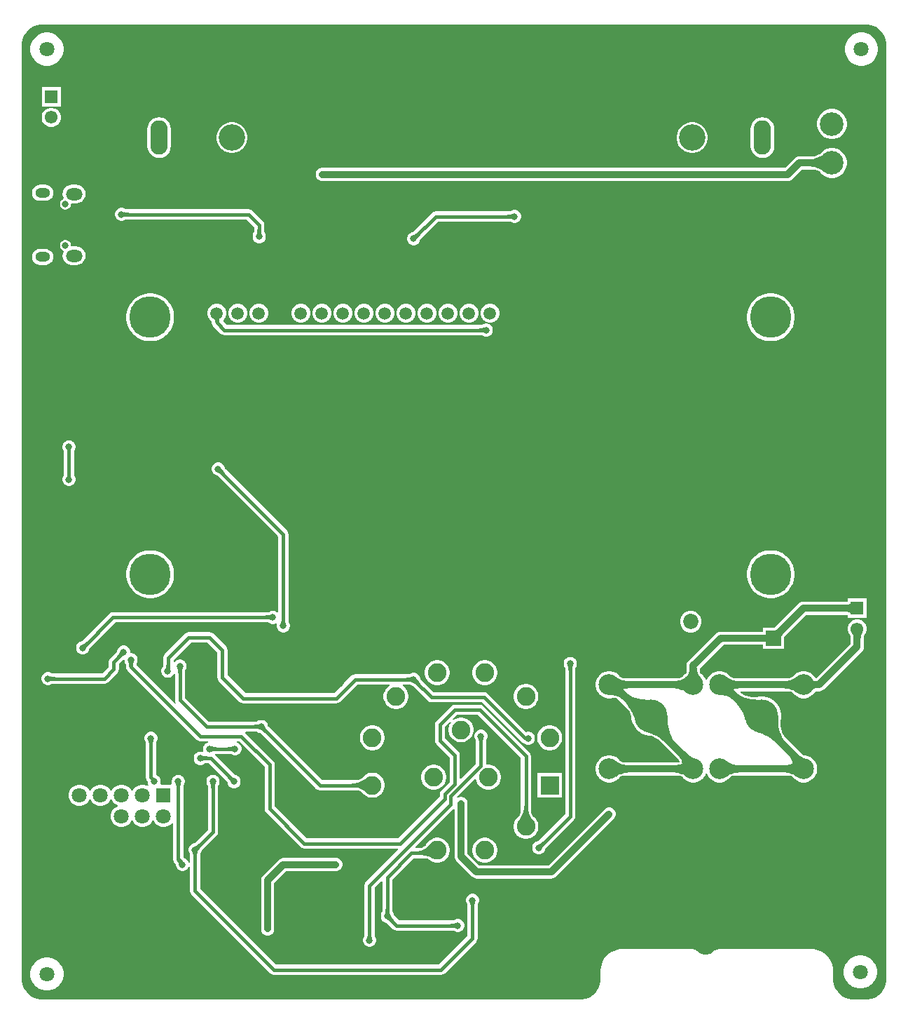
<source format=gbl>
G04*
G04 #@! TF.GenerationSoftware,Altium Limited,Altium Designer,24.7.2 (38)*
G04*
G04 Layer_Physical_Order=2*
G04 Layer_Color=16711680*
%FSLAX44Y44*%
%MOMM*%
G71*
G04*
G04 #@! TF.SameCoordinates,3EB35486-9304-4E7F-AAB6-153DF52DCD65*
G04*
G04*
G04 #@! TF.FilePolarity,Positive*
G04*
G01*
G75*
%ADD100C,1.8500*%
%ADD101R,1.8500X1.8500*%
%ADD102R,1.5500X1.5500*%
%ADD103C,1.5500*%
%ADD104C,2.8542*%
%ADD105R,2.8542X2.8542*%
%ADD108C,0.4572*%
%ADD109C,0.8128*%
%ADD112C,2.5000*%
%ADD113C,4.0000*%
%ADD114C,2.2500*%
%ADD115R,2.2500X2.2500*%
%ADD116C,5.0000*%
%ADD117C,1.5080*%
%ADD118R,1.5080X1.5080*%
%ADD119O,2.0700X4.1400*%
%ADD120C,3.2000*%
%ADD121O,2.0000X1.4500*%
%ADD122O,1.8000X1.1500*%
%ADD123C,0.8000*%
%ADD124R,1.8000X1.8000*%
%ADD125C,1.8000*%
%ADD126C,1.5240*%
%ADD127C,0.8382*%
G36*
X1027123Y1175826D02*
X1031745Y1173911D01*
X1035906Y1171131D01*
X1039443Y1167594D01*
X1042223Y1163433D01*
X1044138Y1158811D01*
X1045114Y1153904D01*
Y1151402D01*
Y24912D01*
Y22410D01*
X1044138Y17503D01*
X1042223Y12881D01*
X1039443Y8720D01*
X1035906Y5182D01*
X1031745Y2403D01*
X1027123Y488D01*
X1022216Y-488D01*
X1003242D01*
X998335Y488D01*
X993712Y2403D01*
X989552Y5182D01*
X986014Y8720D01*
X983235Y12881D01*
X981320Y17503D01*
X980344Y22410D01*
Y35072D01*
X980222Y37562D01*
X979250Y42445D01*
X977345Y47045D01*
X974578Y51185D01*
X971058Y54706D01*
X966917Y57473D01*
X962317Y59378D01*
X957434Y60350D01*
X954944Y60472D01*
X843492D01*
X842217Y60409D01*
X839716Y59912D01*
X837360Y58936D01*
X835240Y57519D01*
X834294Y56662D01*
X833690Y56058D01*
X832270Y55109D01*
X830691Y54455D01*
X829016Y54122D01*
X824196D01*
X821827Y54593D01*
X819595Y55518D01*
X817586Y56860D01*
X816732Y57714D01*
X816732Y57714D01*
X816731Y57715D01*
X816514Y57932D01*
X815888Y58500D01*
X815883Y58503D01*
X815829Y58540D01*
X814470Y59448D01*
X812899Y60099D01*
X811232Y60430D01*
X810382Y60472D01*
X725074D01*
X722584Y60350D01*
X717701Y59378D01*
X713101Y57473D01*
X708960Y54706D01*
X705440Y51185D01*
X702673Y47045D01*
X700768Y42445D01*
X699796Y37562D01*
X699674Y35072D01*
Y22410D01*
X698698Y17503D01*
X696783Y12881D01*
X694003Y8720D01*
X690465Y5182D01*
X686305Y2403D01*
X681683Y488D01*
X676776Y-488D01*
X22802D01*
X17895Y488D01*
X13273Y2403D01*
X9112Y5182D01*
X5574Y8720D01*
X2795Y12881D01*
X880Y17503D01*
X-96Y22410D01*
Y27452D01*
X0Y1139007D01*
Y1153904D01*
X976Y1158811D01*
X2891Y1163433D01*
X5670Y1167594D01*
X9208Y1171131D01*
X13369Y1173911D01*
X17991Y1175826D01*
X22898Y1176802D01*
X1022216D01*
X1027123Y1175826D01*
D02*
G37*
%LPC*%
G36*
X1016704Y1166850D02*
X1012756D01*
X1008885Y1166080D01*
X1005238Y1164569D01*
X1001955Y1162376D01*
X999164Y1159585D01*
X996971Y1156302D01*
X995460Y1152655D01*
X994690Y1148784D01*
Y1144836D01*
X995460Y1140965D01*
X996971Y1137318D01*
X999164Y1134035D01*
X1001955Y1131244D01*
X1005238Y1129051D01*
X1008885Y1127540D01*
X1012756Y1126770D01*
X1016704D01*
X1020575Y1127540D01*
X1024222Y1129051D01*
X1027505Y1131244D01*
X1030296Y1134035D01*
X1032489Y1137318D01*
X1034000Y1140965D01*
X1034770Y1144836D01*
Y1148784D01*
X1034000Y1152655D01*
X1032489Y1156302D01*
X1030296Y1159585D01*
X1027505Y1162376D01*
X1024222Y1164569D01*
X1020575Y1166080D01*
X1016704Y1166850D01*
D02*
G37*
G36*
X32454D02*
X28506D01*
X24634Y1166080D01*
X20988Y1164569D01*
X17705Y1162376D01*
X14914Y1159585D01*
X12721Y1156302D01*
X11210Y1152655D01*
X10440Y1148784D01*
Y1144836D01*
X11210Y1140965D01*
X12721Y1137318D01*
X14914Y1134035D01*
X17705Y1131244D01*
X20988Y1129051D01*
X24634Y1127540D01*
X28506Y1126770D01*
X32454D01*
X36326Y1127540D01*
X39973Y1129051D01*
X43255Y1131244D01*
X46046Y1134035D01*
X48239Y1137318D01*
X49750Y1140965D01*
X50520Y1144836D01*
Y1148784D01*
X49750Y1152655D01*
X48239Y1156302D01*
X46046Y1159585D01*
X43255Y1162376D01*
X39973Y1164569D01*
X36326Y1166080D01*
X32454Y1166850D01*
D02*
G37*
G36*
X47290Y1101020D02*
X24170D01*
Y1077900D01*
X47290D01*
Y1101020D01*
D02*
G37*
G36*
X37252Y1076020D02*
X34208D01*
X31268Y1075232D01*
X28632Y1073710D01*
X26480Y1071558D01*
X24958Y1068922D01*
X24170Y1065982D01*
Y1062938D01*
X24958Y1059998D01*
X26480Y1057362D01*
X28632Y1055210D01*
X31268Y1053688D01*
X34208Y1052900D01*
X37252D01*
X40192Y1053688D01*
X42828Y1055210D01*
X44981Y1057362D01*
X46502Y1059998D01*
X47290Y1062938D01*
Y1065982D01*
X46502Y1068922D01*
X44981Y1071558D01*
X42828Y1073710D01*
X40192Y1075232D01*
X37252Y1076020D01*
D02*
G37*
G36*
X980951Y1074721D02*
X977389D01*
X973896Y1074026D01*
X970605Y1072663D01*
X967644Y1070684D01*
X965126Y1068166D01*
X963147Y1065204D01*
X961784Y1061914D01*
X961089Y1058421D01*
Y1054859D01*
X961784Y1051366D01*
X963147Y1048075D01*
X965126Y1045114D01*
X967644Y1042596D01*
X970605Y1040617D01*
X973896Y1039254D01*
X977389Y1038559D01*
X980951D01*
X984444Y1039254D01*
X987735Y1040617D01*
X990696Y1042596D01*
X993214Y1045114D01*
X995193Y1048075D01*
X996556Y1051366D01*
X997251Y1054859D01*
Y1058421D01*
X996556Y1061914D01*
X995193Y1065204D01*
X993214Y1068166D01*
X990696Y1070684D01*
X987735Y1072663D01*
X984444Y1074026D01*
X980951Y1074721D01*
D02*
G37*
G36*
X812006Y1058670D02*
X808354D01*
X804772Y1057958D01*
X801398Y1056560D01*
X798361Y1054531D01*
X795779Y1051949D01*
X793750Y1048912D01*
X792352Y1045538D01*
X791640Y1041956D01*
Y1038304D01*
X792352Y1034722D01*
X793750Y1031348D01*
X795779Y1028311D01*
X798361Y1025729D01*
X801398Y1023700D01*
X804772Y1022302D01*
X808354Y1021590D01*
X812006D01*
X815588Y1022302D01*
X818962Y1023700D01*
X821998Y1025729D01*
X824581Y1028311D01*
X826610Y1031348D01*
X828007Y1034722D01*
X828720Y1038304D01*
Y1041956D01*
X828007Y1045538D01*
X826610Y1048912D01*
X824581Y1051949D01*
X821998Y1054531D01*
X818962Y1056560D01*
X815588Y1057958D01*
X812006Y1058670D01*
D02*
G37*
G36*
X255856D02*
X252204D01*
X248622Y1057958D01*
X245248Y1056560D01*
X242211Y1054531D01*
X239629Y1051949D01*
X237600Y1048912D01*
X236202Y1045538D01*
X235490Y1041956D01*
Y1038304D01*
X236202Y1034722D01*
X237600Y1031348D01*
X239629Y1028311D01*
X242211Y1025729D01*
X245248Y1023700D01*
X248622Y1022302D01*
X252204Y1021590D01*
X255856D01*
X259438Y1022302D01*
X262812Y1023700D01*
X265849Y1025729D01*
X268431Y1028311D01*
X270460Y1031348D01*
X271857Y1034722D01*
X272570Y1038304D01*
Y1041956D01*
X271857Y1045538D01*
X270460Y1048912D01*
X268431Y1051949D01*
X265849Y1054531D01*
X262812Y1056560D01*
X259438Y1057958D01*
X255856Y1058670D01*
D02*
G37*
G36*
X895130Y1064762D02*
X891433Y1064276D01*
X887989Y1062849D01*
X885031Y1060579D01*
X882761Y1057621D01*
X881335Y1054176D01*
X880848Y1050480D01*
Y1029780D01*
X881335Y1026084D01*
X882761Y1022639D01*
X885031Y1019681D01*
X887989Y1017411D01*
X891433Y1015984D01*
X895130Y1015498D01*
X898827Y1015984D01*
X902271Y1017411D01*
X905229Y1019681D01*
X907499Y1022639D01*
X908925Y1026084D01*
X909412Y1029780D01*
Y1050480D01*
X908925Y1054176D01*
X907499Y1057621D01*
X905229Y1060579D01*
X902271Y1062849D01*
X898827Y1064276D01*
X895130Y1064762D01*
D02*
G37*
G36*
X166130D02*
X162434Y1064276D01*
X158989Y1062849D01*
X156031Y1060579D01*
X153762Y1057621D01*
X152335Y1054176D01*
X151848Y1050480D01*
Y1029780D01*
X152335Y1026084D01*
X153762Y1022639D01*
X156031Y1019681D01*
X158989Y1017411D01*
X162434Y1015984D01*
X166130Y1015498D01*
X169827Y1015984D01*
X173271Y1017411D01*
X176229Y1019681D01*
X178499Y1022639D01*
X179926Y1026084D01*
X180412Y1029780D01*
Y1050480D01*
X179926Y1054176D01*
X178499Y1057621D01*
X176229Y1060579D01*
X173271Y1062849D01*
X169827Y1064276D01*
X166130Y1064762D01*
D02*
G37*
G36*
X980951Y1027731D02*
X977389D01*
X973896Y1027036D01*
X970605Y1025673D01*
X967644Y1023694D01*
X965126Y1021176D01*
X964349Y1020014D01*
X963423Y1019518D01*
X961526Y1018671D01*
X959547Y1017953D01*
X958285Y1017592D01*
X939800D01*
X937745Y1017321D01*
X935829Y1016528D01*
X934184Y1015266D01*
X934184Y1015266D01*
X922540Y1003622D01*
X364494D01*
X364273Y1003681D01*
X362167D01*
X360132Y1003136D01*
X358307Y1002082D01*
X356818Y1000593D01*
X355764Y998768D01*
X355219Y996733D01*
Y994627D01*
X355764Y992592D01*
X356818Y990767D01*
X358307Y989278D01*
X360132Y988224D01*
X362167Y987679D01*
X364273D01*
X364494Y987738D01*
X925830D01*
X925830Y987738D01*
X927886Y988009D01*
X929801Y988802D01*
X931446Y990064D01*
X943090Y1001708D01*
X958285D01*
X959547Y1001347D01*
X961525Y1000629D01*
X963423Y999782D01*
X964349Y999286D01*
X965126Y998124D01*
X967644Y995606D01*
X970605Y993627D01*
X973896Y992264D01*
X977389Y991569D01*
X980951D01*
X984444Y992264D01*
X987735Y993627D01*
X990696Y995606D01*
X993214Y998124D01*
X995193Y1001086D01*
X996556Y1004376D01*
X997251Y1007869D01*
Y1011431D01*
X996556Y1014924D01*
X995193Y1018214D01*
X993214Y1021176D01*
X990696Y1023694D01*
X987735Y1025673D01*
X984444Y1027036D01*
X980951Y1027731D01*
D02*
G37*
G36*
X28540Y983113D02*
X22040D01*
X19544Y982784D01*
X17219Y981821D01*
X15222Y980288D01*
X13689Y978291D01*
X12726Y975966D01*
X12397Y973470D01*
X12726Y970975D01*
X13689Y968649D01*
X15222Y966652D01*
X17219Y965120D01*
X19544Y964156D01*
X22040Y963828D01*
X28540D01*
X31035Y964156D01*
X33361Y965120D01*
X35358Y966652D01*
X36890Y968649D01*
X37854Y970975D01*
X38182Y973470D01*
X37854Y975966D01*
X36890Y978291D01*
X35358Y980288D01*
X33361Y981821D01*
X31035Y982784D01*
X28540Y983113D01*
D02*
G37*
G36*
X66040Y983126D02*
X60540D01*
X57653Y982745D01*
X54963Y981631D01*
X52652Y979858D01*
X50879Y977548D01*
X49765Y974857D01*
X49385Y971970D01*
X49765Y969083D01*
X50543Y967204D01*
X50286Y965916D01*
X49889Y965597D01*
X48774Y964954D01*
X47557Y963736D01*
X46695Y962245D01*
X46250Y960581D01*
Y958859D01*
X46695Y957196D01*
X47557Y955704D01*
X48774Y954487D01*
X50265Y953626D01*
X51929Y953180D01*
X53651D01*
X55314Y953626D01*
X56806Y954487D01*
X58023Y955704D01*
X58884Y957196D01*
X59330Y958859D01*
Y959693D01*
X60501Y960820D01*
X60540Y960815D01*
X66040D01*
X68927Y961195D01*
X71618Y962309D01*
X73928Y964082D01*
X75701Y966392D01*
X76816Y969083D01*
X77196Y971970D01*
X76816Y974857D01*
X75701Y977548D01*
X73928Y979858D01*
X71618Y981631D01*
X68927Y982745D01*
X66040Y983126D01*
D02*
G37*
G36*
X596683Y952881D02*
X594577D01*
X592542Y952336D01*
X590717Y951282D01*
X590530Y951095D01*
X500380D01*
X498001Y950622D01*
X495985Y949275D01*
X472921Y926211D01*
X472657D01*
X470622Y925666D01*
X468797Y924612D01*
X467308Y923123D01*
X466254Y921298D01*
X465709Y919263D01*
Y917157D01*
X466254Y915122D01*
X467308Y913297D01*
X468797Y911808D01*
X470622Y910754D01*
X472657Y910209D01*
X474763D01*
X476798Y910754D01*
X478623Y911808D01*
X480112Y913297D01*
X481166Y915122D01*
X481711Y917157D01*
Y917421D01*
X502954Y938665D01*
X590530D01*
X590717Y938478D01*
X592542Y937424D01*
X594577Y936879D01*
X596683D01*
X598718Y937424D01*
X600543Y938478D01*
X602032Y939967D01*
X603086Y941792D01*
X603631Y943827D01*
Y945933D01*
X603086Y947968D01*
X602032Y949793D01*
X600543Y951282D01*
X598718Y952336D01*
X596683Y952881D01*
D02*
G37*
G36*
X121703Y955421D02*
X119597D01*
X117562Y954876D01*
X115737Y953822D01*
X114248Y952333D01*
X113194Y950508D01*
X112649Y948473D01*
Y946367D01*
X113194Y944332D01*
X114248Y942507D01*
X115737Y941018D01*
X117562Y939964D01*
X119597Y939419D01*
X121703D01*
X123738Y939964D01*
X125563Y941018D01*
X125750Y941205D01*
X271745D01*
X280805Y932145D01*
Y925850D01*
X280618Y925663D01*
X279564Y923838D01*
X279019Y921803D01*
Y919697D01*
X279564Y917662D01*
X280618Y915837D01*
X282107Y914348D01*
X283932Y913294D01*
X285967Y912749D01*
X288073D01*
X290108Y913294D01*
X291933Y914348D01*
X293422Y915837D01*
X294476Y917662D01*
X295021Y919697D01*
Y921803D01*
X294476Y923838D01*
X293422Y925663D01*
X293235Y925850D01*
Y934720D01*
X292762Y937098D01*
X291415Y939115D01*
X278715Y951815D01*
X276699Y953162D01*
X274320Y953635D01*
X125750D01*
X125563Y953822D01*
X123738Y954876D01*
X121703Y955421D01*
D02*
G37*
G36*
X28540Y905612D02*
X22040D01*
X19544Y905284D01*
X17219Y904320D01*
X15222Y902788D01*
X13689Y900791D01*
X12726Y898465D01*
X12397Y895970D01*
X12726Y893474D01*
X13689Y891149D01*
X15222Y889152D01*
X17219Y887619D01*
X19544Y886656D01*
X22040Y886327D01*
X28540D01*
X31035Y886656D01*
X33361Y887619D01*
X35358Y889152D01*
X36890Y891149D01*
X37854Y893474D01*
X38182Y895970D01*
X37854Y898465D01*
X36890Y900791D01*
X35358Y902788D01*
X33361Y904320D01*
X31035Y905284D01*
X28540Y905612D01*
D02*
G37*
G36*
X53651Y916260D02*
X51929D01*
X50265Y915814D01*
X48774Y914953D01*
X47557Y913736D01*
X46695Y912244D01*
X46250Y910581D01*
Y908859D01*
X46695Y907195D01*
X47557Y905704D01*
X48774Y904486D01*
X49889Y903843D01*
X50286Y903524D01*
X50543Y902236D01*
X49765Y900357D01*
X49385Y897470D01*
X49765Y894583D01*
X50879Y891892D01*
X52652Y889582D01*
X54963Y887809D01*
X57653Y886695D01*
X60540Y886314D01*
X66040D01*
X68927Y886695D01*
X71618Y887809D01*
X73928Y889582D01*
X75701Y891892D01*
X76816Y894583D01*
X77196Y897470D01*
X76816Y900357D01*
X75701Y903048D01*
X73928Y905358D01*
X71618Y907131D01*
X68927Y908245D01*
X66040Y908625D01*
X60540D01*
X60501Y908620D01*
X59330Y909747D01*
Y910581D01*
X58884Y912244D01*
X58023Y913736D01*
X56806Y914953D01*
X55314Y915814D01*
X53651Y916260D01*
D02*
G37*
G36*
X567445Y839489D02*
X564457D01*
X561570Y838715D01*
X558982Y837221D01*
X556869Y835108D01*
X555375Y832520D01*
X554601Y829633D01*
Y826644D01*
X555375Y823758D01*
X556869Y821170D01*
X558982Y819056D01*
X561570Y817562D01*
X564457Y816789D01*
X567445D01*
X570332Y817562D01*
X572920Y819056D01*
X575033Y821170D01*
X576528Y823758D01*
X577301Y826644D01*
Y829633D01*
X576528Y832520D01*
X575033Y835108D01*
X572920Y837221D01*
X570332Y838715D01*
X567445Y839489D01*
D02*
G37*
G36*
X542045D02*
X539057D01*
X536170Y838715D01*
X533582Y837221D01*
X531469Y835108D01*
X529975Y832520D01*
X529201Y829633D01*
Y826644D01*
X529975Y823758D01*
X531469Y821170D01*
X533582Y819056D01*
X536170Y817562D01*
X539057Y816789D01*
X542045D01*
X544932Y817562D01*
X547520Y819056D01*
X549633Y821170D01*
X551128Y823758D01*
X551901Y826644D01*
Y829633D01*
X551128Y832520D01*
X549633Y835108D01*
X547520Y837221D01*
X544932Y838715D01*
X542045Y839489D01*
D02*
G37*
G36*
X516645D02*
X513657D01*
X510770Y838715D01*
X508182Y837221D01*
X506069Y835108D01*
X504575Y832520D01*
X503801Y829633D01*
Y826644D01*
X504575Y823758D01*
X506069Y821170D01*
X508182Y819056D01*
X510770Y817562D01*
X513657Y816789D01*
X516645D01*
X519532Y817562D01*
X522120Y819056D01*
X524233Y821170D01*
X525728Y823758D01*
X526501Y826644D01*
Y829633D01*
X525728Y832520D01*
X524233Y835108D01*
X522120Y837221D01*
X519532Y838715D01*
X516645Y839489D01*
D02*
G37*
G36*
X491245D02*
X488257D01*
X485370Y838715D01*
X482782Y837221D01*
X480669Y835108D01*
X479175Y832520D01*
X478401Y829633D01*
Y826644D01*
X479175Y823758D01*
X480669Y821170D01*
X482782Y819056D01*
X485370Y817562D01*
X488257Y816789D01*
X491245D01*
X494132Y817562D01*
X496720Y819056D01*
X498833Y821170D01*
X500328Y823758D01*
X501101Y826644D01*
Y829633D01*
X500328Y832520D01*
X498833Y835108D01*
X496720Y837221D01*
X494132Y838715D01*
X491245Y839489D01*
D02*
G37*
G36*
X465845D02*
X462857D01*
X459970Y838715D01*
X457382Y837221D01*
X455269Y835108D01*
X453775Y832520D01*
X453001Y829633D01*
Y826644D01*
X453775Y823758D01*
X455269Y821170D01*
X457382Y819056D01*
X459970Y817562D01*
X462857Y816789D01*
X465845D01*
X468732Y817562D01*
X471320Y819056D01*
X473433Y821170D01*
X474928Y823758D01*
X475701Y826644D01*
Y829633D01*
X474928Y832520D01*
X473433Y835108D01*
X471320Y837221D01*
X468732Y838715D01*
X465845Y839489D01*
D02*
G37*
G36*
X440445D02*
X437457D01*
X434570Y838715D01*
X431982Y837221D01*
X429869Y835108D01*
X428375Y832520D01*
X427601Y829633D01*
Y826644D01*
X428375Y823758D01*
X429869Y821170D01*
X431982Y819056D01*
X434570Y817562D01*
X437457Y816789D01*
X440445D01*
X443332Y817562D01*
X445920Y819056D01*
X448033Y821170D01*
X449528Y823758D01*
X450301Y826644D01*
Y829633D01*
X449528Y832520D01*
X448033Y835108D01*
X445920Y837221D01*
X443332Y838715D01*
X440445Y839489D01*
D02*
G37*
G36*
X415045D02*
X412057D01*
X409170Y838715D01*
X406582Y837221D01*
X404469Y835108D01*
X402975Y832520D01*
X402201Y829633D01*
Y826644D01*
X402975Y823758D01*
X404469Y821170D01*
X406582Y819056D01*
X409170Y817562D01*
X412057Y816789D01*
X415045D01*
X417932Y817562D01*
X420520Y819056D01*
X422633Y821170D01*
X424128Y823758D01*
X424901Y826644D01*
Y829633D01*
X424128Y832520D01*
X422633Y835108D01*
X420520Y837221D01*
X417932Y838715D01*
X415045Y839489D01*
D02*
G37*
G36*
X389645D02*
X386657D01*
X383770Y838715D01*
X381182Y837221D01*
X379069Y835108D01*
X377575Y832520D01*
X376801Y829633D01*
Y826644D01*
X377575Y823758D01*
X379069Y821170D01*
X381182Y819056D01*
X383770Y817562D01*
X386657Y816789D01*
X389645D01*
X392532Y817562D01*
X395120Y819056D01*
X397233Y821170D01*
X398728Y823758D01*
X399501Y826644D01*
Y829633D01*
X398728Y832520D01*
X397233Y835108D01*
X395120Y837221D01*
X392532Y838715D01*
X389645Y839489D01*
D02*
G37*
G36*
X364245D02*
X361257D01*
X358370Y838715D01*
X355782Y837221D01*
X353669Y835108D01*
X352175Y832520D01*
X351401Y829633D01*
Y826644D01*
X352175Y823758D01*
X353669Y821170D01*
X355782Y819056D01*
X358370Y817562D01*
X361257Y816789D01*
X364245D01*
X367132Y817562D01*
X369720Y819056D01*
X371833Y821170D01*
X373328Y823758D01*
X374101Y826644D01*
Y829633D01*
X373328Y832520D01*
X371833Y835108D01*
X369720Y837221D01*
X367132Y838715D01*
X364245Y839489D01*
D02*
G37*
G36*
X338845D02*
X335857D01*
X332970Y838715D01*
X330382Y837221D01*
X328269Y835108D01*
X326775Y832520D01*
X326001Y829633D01*
Y826644D01*
X326775Y823758D01*
X328269Y821170D01*
X330382Y819056D01*
X332970Y817562D01*
X335857Y816789D01*
X338845D01*
X341732Y817562D01*
X344320Y819056D01*
X346433Y821170D01*
X347928Y823758D01*
X348701Y826644D01*
Y829633D01*
X347928Y832520D01*
X346433Y835108D01*
X344320Y837221D01*
X341732Y838715D01*
X338845Y839489D01*
D02*
G37*
G36*
X288045D02*
X285057D01*
X282170Y838715D01*
X279582Y837221D01*
X277469Y835108D01*
X275975Y832520D01*
X275201Y829633D01*
Y826644D01*
X275975Y823758D01*
X277469Y821170D01*
X279582Y819056D01*
X282170Y817562D01*
X285057Y816789D01*
X288045D01*
X290932Y817562D01*
X293520Y819056D01*
X295633Y821170D01*
X297128Y823758D01*
X297901Y826644D01*
Y829633D01*
X297128Y832520D01*
X295633Y835108D01*
X293520Y837221D01*
X290932Y838715D01*
X288045Y839489D01*
D02*
G37*
G36*
X262645D02*
X259657D01*
X256770Y838715D01*
X254182Y837221D01*
X252069Y835108D01*
X250575Y832520D01*
X249801Y829633D01*
Y826644D01*
X250575Y823758D01*
X252069Y821170D01*
X254182Y819056D01*
X256770Y817562D01*
X259657Y816789D01*
X262645D01*
X265532Y817562D01*
X268120Y819056D01*
X270233Y821170D01*
X271728Y823758D01*
X272501Y826644D01*
Y829633D01*
X271728Y832520D01*
X270233Y835108D01*
X268120Y837221D01*
X265532Y838715D01*
X262645Y839489D01*
D02*
G37*
G36*
X237245D02*
X234257D01*
X231370Y838715D01*
X228782Y837221D01*
X226669Y835108D01*
X225175Y832520D01*
X224401Y829633D01*
Y826644D01*
X225175Y823758D01*
X226669Y821170D01*
X228782Y819056D01*
X229615Y818576D01*
Y817000D01*
X230088Y814621D01*
X231435Y812605D01*
X240715Y803325D01*
X242731Y801978D01*
X245110Y801505D01*
X556240D01*
X556427Y801318D01*
X558252Y800264D01*
X560287Y799719D01*
X562393D01*
X564428Y800264D01*
X566253Y801318D01*
X567742Y802807D01*
X568796Y804632D01*
X569341Y806667D01*
Y808773D01*
X568796Y810808D01*
X567742Y812633D01*
X566253Y814122D01*
X564428Y815176D01*
X562393Y815721D01*
X560287D01*
X558252Y815176D01*
X556427Y814122D01*
X556240Y813935D01*
X247684D01*
X243507Y818112D01*
X243540Y819876D01*
X244833Y821170D01*
X246328Y823758D01*
X247101Y826644D01*
Y829633D01*
X246328Y832520D01*
X244833Y835108D01*
X242720Y837221D01*
X240132Y838715D01*
X237245Y839489D01*
D02*
G37*
G36*
X907618Y851948D02*
X903084D01*
X898605Y851239D01*
X894292Y849838D01*
X890251Y847779D01*
X886583Y845113D01*
X883376Y841907D01*
X880711Y838238D01*
X878652Y834197D01*
X877250Y829885D01*
X876541Y825406D01*
Y820871D01*
X877250Y816392D01*
X878652Y812079D01*
X880711Y808039D01*
X883376Y804370D01*
X886583Y801163D01*
X890251Y798498D01*
X894292Y796439D01*
X898605Y795038D01*
X903084Y794328D01*
X907618D01*
X912097Y795038D01*
X916410Y796439D01*
X920451Y798498D01*
X924119Y801163D01*
X927326Y804370D01*
X929992Y808039D01*
X932050Y812079D01*
X933452Y816392D01*
X934161Y820871D01*
Y825406D01*
X933452Y829885D01*
X932050Y834197D01*
X929992Y838238D01*
X927326Y841907D01*
X924119Y845113D01*
X920451Y847779D01*
X916410Y849838D01*
X912097Y851239D01*
X907618Y851948D01*
D02*
G37*
G36*
X157618D02*
X153084D01*
X148605Y851239D01*
X144292Y849838D01*
X140251Y847779D01*
X136582Y845113D01*
X133376Y841907D01*
X130710Y838238D01*
X128652Y834197D01*
X127250Y829885D01*
X126541Y825406D01*
Y820871D01*
X127250Y816392D01*
X128652Y812079D01*
X130710Y808039D01*
X133376Y804370D01*
X136582Y801163D01*
X140251Y798498D01*
X144292Y796439D01*
X148605Y795038D01*
X153084Y794328D01*
X157618D01*
X162097Y795038D01*
X166410Y796439D01*
X170451Y798498D01*
X174119Y801163D01*
X177326Y804370D01*
X179991Y808039D01*
X182050Y812079D01*
X183452Y816392D01*
X184161Y820871D01*
Y825406D01*
X183452Y829885D01*
X182050Y834197D01*
X179991Y838238D01*
X177326Y841907D01*
X174119Y845113D01*
X170451Y847779D01*
X166410Y849838D01*
X162097Y851239D01*
X157618Y851948D01*
D02*
G37*
G36*
X58203Y674751D02*
X56097D01*
X54062Y674206D01*
X52237Y673152D01*
X50748Y671663D01*
X49694Y669838D01*
X49149Y667803D01*
Y665697D01*
X49694Y663662D01*
X50748Y661837D01*
X50935Y661650D01*
Y632480D01*
X50748Y632293D01*
X49694Y630468D01*
X49149Y628433D01*
Y626327D01*
X49694Y624292D01*
X50748Y622467D01*
X52237Y620978D01*
X54062Y619924D01*
X56097Y619379D01*
X58203D01*
X60238Y619924D01*
X62063Y620978D01*
X63552Y622467D01*
X64606Y624292D01*
X65151Y626327D01*
Y628433D01*
X64606Y630468D01*
X63552Y632293D01*
X63365Y632480D01*
Y661650D01*
X63552Y661837D01*
X64606Y663662D01*
X65151Y665697D01*
Y667803D01*
X64606Y669838D01*
X63552Y671663D01*
X62063Y673152D01*
X60238Y674206D01*
X58203Y674751D01*
D02*
G37*
G36*
X907618Y541948D02*
X903084D01*
X898605Y541239D01*
X894292Y539838D01*
X890251Y537779D01*
X886583Y535113D01*
X883376Y531907D01*
X880711Y528238D01*
X878652Y524198D01*
X877250Y519885D01*
X876541Y515406D01*
Y510871D01*
X877250Y506392D01*
X878652Y502079D01*
X880711Y498039D01*
X883376Y494370D01*
X886583Y491163D01*
X890251Y488498D01*
X894292Y486439D01*
X898605Y485038D01*
X903084Y484328D01*
X907618D01*
X912097Y485038D01*
X916410Y486439D01*
X920451Y488498D01*
X924119Y491163D01*
X927326Y494370D01*
X929992Y498039D01*
X932050Y502079D01*
X933452Y506392D01*
X934161Y510871D01*
Y515406D01*
X933452Y519885D01*
X932050Y524198D01*
X929992Y528238D01*
X927326Y531907D01*
X924119Y535113D01*
X920451Y537779D01*
X916410Y539838D01*
X912097Y541239D01*
X907618Y541948D01*
D02*
G37*
G36*
X157618D02*
X153084D01*
X148605Y541239D01*
X144292Y539838D01*
X140251Y537779D01*
X136582Y535113D01*
X133376Y531907D01*
X130710Y528238D01*
X128652Y524198D01*
X127250Y519885D01*
X126541Y515406D01*
Y510871D01*
X127250Y506392D01*
X128652Y502079D01*
X130710Y498039D01*
X133376Y494370D01*
X136582Y491163D01*
X140251Y488498D01*
X144292Y486439D01*
X148605Y485038D01*
X153084Y484328D01*
X157618D01*
X162097Y485038D01*
X166410Y486439D01*
X170451Y488498D01*
X174119Y491163D01*
X177326Y494370D01*
X179991Y498039D01*
X182050Y502079D01*
X183452Y506392D01*
X184161Y510871D01*
Y515406D01*
X183452Y519885D01*
X182050Y524198D01*
X179991Y528238D01*
X177326Y531907D01*
X174119Y535113D01*
X170451Y537779D01*
X166410Y539838D01*
X162097Y541239D01*
X157618Y541948D01*
D02*
G37*
G36*
X238543Y648081D02*
X236437D01*
X234402Y647536D01*
X232577Y646482D01*
X231088Y644993D01*
X230034Y643168D01*
X229489Y641133D01*
Y639027D01*
X230034Y636992D01*
X231088Y635167D01*
X232577Y633678D01*
X234402Y632624D01*
X236437Y632079D01*
X236701D01*
X310015Y558765D01*
Y467637D01*
X308745Y467110D01*
X308443Y467412D01*
X306618Y468466D01*
X304583Y469011D01*
X302477D01*
X300442Y468466D01*
X298617Y467412D01*
X298430Y467225D01*
X110490D01*
X108111Y466752D01*
X106095Y465405D01*
X72871Y432181D01*
X72607D01*
X70572Y431636D01*
X68747Y430582D01*
X67258Y429093D01*
X66204Y427268D01*
X65659Y425233D01*
Y423127D01*
X66204Y421092D01*
X67258Y419267D01*
X68747Y417778D01*
X70572Y416724D01*
X72607Y416179D01*
X74713D01*
X76748Y416724D01*
X78573Y417778D01*
X80062Y419267D01*
X81116Y421092D01*
X81661Y423127D01*
Y423391D01*
X113064Y454795D01*
X298430D01*
X298617Y454608D01*
X300442Y453554D01*
X302477Y453009D01*
X304583D01*
X306618Y453554D01*
X307492Y454058D01*
X308582Y453222D01*
X308229Y451903D01*
Y449797D01*
X308774Y447762D01*
X309828Y445937D01*
X311317Y444448D01*
X313142Y443394D01*
X315177Y442849D01*
X317283D01*
X319318Y443394D01*
X321143Y444448D01*
X322632Y445937D01*
X323686Y447762D01*
X324231Y449797D01*
Y451903D01*
X323686Y453938D01*
X322632Y455763D01*
X322445Y455950D01*
Y561340D01*
X321972Y563719D01*
X320625Y565735D01*
X245491Y640869D01*
Y641133D01*
X244946Y643168D01*
X243892Y644993D01*
X242403Y646482D01*
X240578Y647536D01*
X238543Y648081D01*
D02*
G37*
G36*
X1021210Y483600D02*
X998090D01*
Y479982D01*
X944790D01*
X942735Y479711D01*
X940819Y478918D01*
X939174Y477656D01*
X939174Y477656D01*
X910348Y448830D01*
X895460D01*
Y443712D01*
X844710D01*
X842654Y443441D01*
X840739Y442648D01*
X839094Y441386D01*
X839094Y441386D01*
X805914Y408206D01*
X804652Y406561D01*
X803859Y404646D01*
X803588Y402590D01*
X803588Y402590D01*
Y394497D01*
X803410Y394026D01*
X803262Y393722D01*
X801133Y392299D01*
X798861Y390027D01*
X798146Y388956D01*
X797921Y388841D01*
X796336Y388173D01*
X794652Y387603D01*
X794534Y387572D01*
X726926D01*
X726807Y387603D01*
X725124Y388173D01*
X723539Y388841D01*
X723314Y388956D01*
X722599Y390027D01*
X720327Y392299D01*
X717656Y394084D01*
X714687Y395313D01*
X711536Y395940D01*
X708324D01*
X705173Y395313D01*
X702204Y394084D01*
X699533Y392299D01*
X697261Y390027D01*
X695476Y387356D01*
X694247Y384387D01*
X693620Y381236D01*
Y378023D01*
X694247Y374873D01*
X695476Y371904D01*
X697261Y369233D01*
X699533Y366961D01*
X702204Y365176D01*
X705173Y363947D01*
X708324Y363320D01*
X711536D01*
X714687Y363947D01*
X715027Y364087D01*
X715825Y363944D01*
X717610Y363474D01*
X719323Y362869D01*
X720597Y362296D01*
X731889Y351005D01*
X733166Y349063D01*
X734683Y346462D01*
X736006Y343862D01*
X736920Y341764D01*
Y339285D01*
X737835Y334685D01*
X739630Y330352D01*
X742236Y326452D01*
X745552Y323136D01*
X749452Y320530D01*
X753785Y318735D01*
X758385Y317820D01*
X760864D01*
X762962Y316906D01*
X765530Y315599D01*
X770178Y312716D01*
X794197Y288697D01*
X794769Y287423D01*
X794863Y287159D01*
X794826Y287028D01*
X793935Y285972D01*
X726926D01*
X726807Y286003D01*
X725124Y286573D01*
X723539Y287241D01*
X723314Y287356D01*
X722599Y288427D01*
X720327Y290699D01*
X717656Y292484D01*
X714687Y293713D01*
X711536Y294340D01*
X708324D01*
X705173Y293713D01*
X702204Y292484D01*
X699533Y290699D01*
X697261Y288427D01*
X695476Y285756D01*
X694247Y282787D01*
X693620Y279636D01*
Y276423D01*
X694247Y273272D01*
X695476Y270304D01*
X697261Y267633D01*
X699533Y265361D01*
X702204Y263576D01*
X705173Y262347D01*
X708324Y261720D01*
X711536D01*
X714687Y262347D01*
X717656Y263576D01*
X720327Y265361D01*
X722599Y267633D01*
X723314Y268703D01*
X723539Y268819D01*
X725124Y269487D01*
X726807Y270057D01*
X726926Y270088D01*
X794534D01*
X794652Y270057D01*
X796336Y269487D01*
X797921Y268819D01*
X798146Y268703D01*
X798861Y267633D01*
X801133Y265361D01*
X803804Y263576D01*
X806773Y262347D01*
X809924Y261720D01*
X813136D01*
X816287Y262347D01*
X819256Y263576D01*
X821927Y265361D01*
X824199Y267633D01*
X825984Y270304D01*
X826718Y272076D01*
X828092D01*
X828826Y270304D01*
X830611Y267633D01*
X832883Y265361D01*
X835554Y263576D01*
X838523Y262347D01*
X841674Y261720D01*
X844886D01*
X848037Y262347D01*
X851006Y263576D01*
X853677Y265361D01*
X855949Y267633D01*
X856664Y268703D01*
X856889Y268819D01*
X858474Y269487D01*
X860157Y270057D01*
X860276Y270088D01*
X927884D01*
X928002Y270057D01*
X929686Y269487D01*
X931271Y268819D01*
X931496Y268703D01*
X932211Y267633D01*
X934483Y265361D01*
X937154Y263576D01*
X940123Y262347D01*
X943274Y261720D01*
X946486D01*
X949637Y262347D01*
X952606Y263576D01*
X955277Y265361D01*
X957549Y267633D01*
X959334Y270304D01*
X960563Y273272D01*
X961190Y276423D01*
Y279636D01*
X960563Y282787D01*
X959334Y285756D01*
X957549Y288427D01*
X955277Y290699D01*
X952606Y292484D01*
X949637Y293713D01*
X946486Y294340D01*
X944548D01*
X944074Y294633D01*
X921012Y317695D01*
X919812Y320321D01*
X918797Y323191D01*
X917973Y326302D01*
X917344Y329659D01*
X916915Y333259D01*
X916849Y334380D01*
X916975Y334685D01*
X917890Y339285D01*
Y343975D01*
X916975Y348575D01*
X915180Y352908D01*
X912574Y356808D01*
X909258Y360124D01*
X905358Y362730D01*
X901025Y364525D01*
X896425Y365440D01*
X891735D01*
X887135Y364525D01*
X886830Y364399D01*
X885709Y364465D01*
X882109Y364894D01*
X878753Y365523D01*
X875641Y366347D01*
X872771Y367362D01*
X870145Y368562D01*
X868192Y370515D01*
X868678Y371688D01*
X927884D01*
X928002Y371657D01*
X929686Y371087D01*
X931271Y370419D01*
X931496Y370303D01*
X932211Y369233D01*
X934483Y366961D01*
X937154Y365176D01*
X940123Y363947D01*
X943274Y363320D01*
X946486D01*
X949637Y363947D01*
X952606Y365176D01*
X955277Y366961D01*
X957549Y369233D01*
X959189Y371688D01*
X963830D01*
X963830Y371688D01*
X965885Y371959D01*
X967801Y372752D01*
X969446Y374014D01*
X1015266Y419834D01*
X1015266Y419834D01*
X1016528Y421479D01*
X1017321Y423395D01*
X1017592Y425450D01*
Y438634D01*
X1018900Y439942D01*
X1020422Y442578D01*
X1021210Y445518D01*
Y448562D01*
X1020422Y451502D01*
X1018900Y454138D01*
X1016748Y456290D01*
X1014112Y457812D01*
X1011172Y458600D01*
X1008128D01*
X1005188Y457812D01*
X1002552Y456290D01*
X1000400Y454138D01*
X998878Y451502D01*
X998090Y448562D01*
Y445518D01*
X998878Y442578D01*
X1000400Y439942D01*
X1001708Y438634D01*
Y428740D01*
X960540Y387572D01*
X959189D01*
X957549Y390027D01*
X955277Y392299D01*
X952606Y394084D01*
X949637Y395313D01*
X946486Y395940D01*
X943274D01*
X940123Y395313D01*
X937154Y394084D01*
X934483Y392299D01*
X932211Y390027D01*
X931496Y388956D01*
X931271Y388841D01*
X929686Y388173D01*
X928002Y387603D01*
X927884Y387572D01*
X860276D01*
X860157Y387603D01*
X858474Y388173D01*
X856889Y388841D01*
X856664Y388956D01*
X855949Y390027D01*
X853677Y392299D01*
X851006Y394084D01*
X848037Y395313D01*
X844886Y395940D01*
X841674D01*
X838523Y395313D01*
X835554Y394084D01*
X832883Y392299D01*
X830611Y390027D01*
X828826Y387356D01*
X828092Y385584D01*
X826718D01*
X825984Y387356D01*
X824199Y390027D01*
X821927Y392299D01*
X819798Y393722D01*
X819650Y394026D01*
X819472Y394497D01*
Y399300D01*
X848000Y427828D01*
X895460D01*
Y422710D01*
X921580D01*
Y437598D01*
X948080Y464098D01*
X998090D01*
Y460480D01*
X1021210D01*
Y483600D01*
D02*
G37*
G36*
X810239Y468830D02*
X806801D01*
X803479Y467940D01*
X800501Y466221D01*
X798070Y463789D01*
X796350Y460811D01*
X795460Y457489D01*
Y454051D01*
X796350Y450729D01*
X798070Y447751D01*
X800501Y445319D01*
X803479Y443600D01*
X806801Y442710D01*
X810239D01*
X813561Y443600D01*
X816539Y445319D01*
X818971Y447751D01*
X820690Y450729D01*
X821580Y454051D01*
Y457489D01*
X820690Y460811D01*
X818971Y463789D01*
X816539Y466221D01*
X813561Y467940D01*
X810239Y468830D01*
D02*
G37*
G36*
X561043Y409280D02*
X558077D01*
X555167Y408701D01*
X552426Y407566D01*
X549960Y405918D01*
X547862Y403820D01*
X546214Y401354D01*
X545079Y398613D01*
X544500Y395704D01*
Y392737D01*
X545079Y389827D01*
X546214Y387087D01*
X547862Y384620D01*
X549960Y382522D01*
X552426Y380874D01*
X555167Y379739D01*
X558077Y379160D01*
X561043D01*
X563953Y379739D01*
X566694Y380874D01*
X569160Y382522D01*
X571258Y384620D01*
X572906Y387087D01*
X574041Y389827D01*
X574620Y392737D01*
Y395704D01*
X574041Y398613D01*
X572906Y401354D01*
X571258Y403820D01*
X569160Y405918D01*
X566694Y407566D01*
X563953Y408701D01*
X561043Y409280D01*
D02*
G37*
G36*
X503643D02*
X500677D01*
X497767Y408701D01*
X495026Y407566D01*
X492560Y405918D01*
X490462Y403820D01*
X488814Y401354D01*
X487679Y398613D01*
X487100Y395704D01*
Y392737D01*
X487679Y389827D01*
X488814Y387087D01*
X490462Y384620D01*
X492560Y382522D01*
X495026Y380874D01*
X497767Y379739D01*
X500677Y379160D01*
X503643D01*
X506553Y379739D01*
X509294Y380874D01*
X511760Y382522D01*
X513858Y384620D01*
X515506Y387087D01*
X516641Y389827D01*
X517220Y392737D01*
Y395704D01*
X516641Y398613D01*
X515506Y401354D01*
X513858Y403820D01*
X511760Y405918D01*
X509294Y407566D01*
X506553Y408701D01*
X503643Y409280D01*
D02*
G37*
G36*
X610844Y380580D02*
X607877D01*
X604967Y380001D01*
X602227Y378866D01*
X599760Y377218D01*
X597662Y375120D01*
X596014Y372654D01*
X594879Y369913D01*
X594300Y367004D01*
Y364037D01*
X594879Y361127D01*
X596014Y358387D01*
X597662Y355920D01*
X599760Y353822D01*
X602227Y352174D01*
X604967Y351039D01*
X607877Y350460D01*
X610844D01*
X613753Y351039D01*
X616494Y352174D01*
X618960Y353822D01*
X621058Y355920D01*
X622706Y358387D01*
X623842Y361127D01*
X624420Y364037D01*
Y367004D01*
X623842Y369913D01*
X622706Y372654D01*
X621058Y375120D01*
X618960Y377218D01*
X616494Y378866D01*
X613753Y380001D01*
X610844Y380580D01*
D02*
G37*
G36*
X227330Y443095D02*
X201930D01*
X199552Y442622D01*
X197535Y441275D01*
X172864Y416604D01*
X171517Y414588D01*
X171043Y412209D01*
Y401942D01*
X170128Y401026D01*
X169074Y399201D01*
X168529Y397166D01*
Y395060D01*
X169074Y393025D01*
X170128Y391200D01*
X171617Y389711D01*
X173442Y388657D01*
X175477Y388112D01*
X177583D01*
X179618Y388657D01*
X181443Y389711D01*
X182932Y391200D01*
X183751Y392617D01*
X185021Y392277D01*
Y361214D01*
X185494Y358835D01*
X186185Y357801D01*
X185198Y356992D01*
X138750Y403440D01*
X138482Y404708D01*
X139536Y406533D01*
X140081Y408568D01*
Y410674D01*
X139536Y412709D01*
X138482Y414534D01*
X136993Y416023D01*
X135168Y417077D01*
X133133Y417622D01*
X131517D01*
X131191Y418047D01*
Y420153D01*
X130646Y422188D01*
X129592Y424013D01*
X128103Y425502D01*
X126278Y426556D01*
X124243Y427101D01*
X122137D01*
X120102Y426556D01*
X118277Y425502D01*
X116788Y424013D01*
X115734Y422188D01*
X115189Y420153D01*
Y419889D01*
X106835Y411535D01*
X105487Y409518D01*
X105014Y407140D01*
Y400824D01*
X97424Y393233D01*
X36850D01*
X36663Y393420D01*
X34838Y394474D01*
X32803Y395019D01*
X30697D01*
X28662Y394474D01*
X26837Y393420D01*
X25348Y391931D01*
X24294Y390106D01*
X23749Y388071D01*
Y385965D01*
X24294Y383930D01*
X25348Y382105D01*
X26837Y380616D01*
X28662Y379562D01*
X30697Y379017D01*
X32803D01*
X34838Y379562D01*
X36663Y380616D01*
X36850Y380803D01*
X99998D01*
X102377Y381276D01*
X104393Y382623D01*
X115625Y393855D01*
X116972Y395871D01*
X117445Y398250D01*
Y404565D01*
X122809Y409929D01*
X124079Y409403D01*
Y408568D01*
X124624Y406533D01*
X125678Y404708D01*
X125865Y404521D01*
Y401320D01*
X126338Y398941D01*
X127685Y396925D01*
X211505Y313105D01*
X213521Y311758D01*
X215900Y311285D01*
X224933D01*
X225100Y310015D01*
X223985Y309716D01*
X222160Y308662D01*
X220671Y307173D01*
X219617Y305348D01*
X219072Y303313D01*
Y301207D01*
X219558Y299394D01*
X219410Y299106D01*
X219189Y298842D01*
X218603Y298389D01*
X216953Y298831D01*
X214847D01*
X212812Y298286D01*
X210987Y297232D01*
X209498Y295743D01*
X208444Y293918D01*
X207899Y291883D01*
Y289777D01*
X208444Y287742D01*
X209498Y285917D01*
X210987Y284428D01*
X212812Y283374D01*
X214847Y282829D01*
X216953D01*
X218988Y283374D01*
X220813Y284428D01*
X221000Y284615D01*
X226026D01*
X248539Y262101D01*
Y261837D01*
X249084Y259802D01*
X250138Y257977D01*
X251627Y256488D01*
X253452Y255434D01*
X255487Y254889D01*
X257593D01*
X259628Y255434D01*
X261453Y256488D01*
X262942Y257977D01*
X263996Y259802D01*
X264541Y261837D01*
Y263943D01*
X263996Y265978D01*
X262942Y267803D01*
X261453Y269292D01*
X259628Y270346D01*
X257593Y270891D01*
X257329D01*
X233445Y294775D01*
X233971Y296045D01*
X252710D01*
X252897Y295858D01*
X254722Y294804D01*
X256757Y294259D01*
X258863D01*
X260898Y294804D01*
X262723Y295858D01*
X264212Y297347D01*
X265266Y299172D01*
X265811Y301207D01*
Y303313D01*
X265266Y305348D01*
X264212Y307173D01*
X262723Y308662D01*
X260898Y309716D01*
X259783Y310015D01*
X259950Y311285D01*
X262855D01*
X293505Y280636D01*
Y229870D01*
X293978Y227491D01*
X295325Y225475D01*
X337235Y183565D01*
X339252Y182218D01*
X341630Y181745D01*
X454505D01*
X454991Y180571D01*
X415975Y141555D01*
X414628Y139539D01*
X414155Y137160D01*
Y76220D01*
X413968Y76033D01*
X412914Y74208D01*
X412369Y72173D01*
Y70067D01*
X412914Y68032D01*
X413968Y66207D01*
X415457Y64718D01*
X417282Y63664D01*
X419317Y63119D01*
X421423D01*
X423458Y63664D01*
X425283Y64718D01*
X426772Y66207D01*
X427826Y68032D01*
X428371Y70067D01*
Y72173D01*
X427826Y74208D01*
X426772Y76033D01*
X426585Y76220D01*
Y134586D01*
X434571Y142571D01*
X435745Y142085D01*
Y105430D01*
X435558Y105243D01*
X434504Y103418D01*
X433959Y101383D01*
Y99277D01*
X434504Y97242D01*
X435558Y95417D01*
X437047Y93928D01*
X438872Y92874D01*
X440907Y92329D01*
X441171D01*
X448995Y84505D01*
X451011Y83158D01*
X453390Y82685D01*
X521950D01*
X522137Y82498D01*
X523962Y81444D01*
X525997Y80899D01*
X528103D01*
X530138Y81444D01*
X531963Y82498D01*
X533452Y83987D01*
X534506Y85812D01*
X535051Y87847D01*
Y89953D01*
X534506Y91988D01*
X533452Y93813D01*
X531963Y95302D01*
X530138Y96356D01*
X528103Y96901D01*
X525997D01*
X523962Y96356D01*
X522137Y95302D01*
X521950Y95115D01*
X455965D01*
X449961Y101119D01*
Y101383D01*
X449416Y103418D01*
X448362Y105243D01*
X448175Y105430D01*
Y144746D01*
X473604Y170174D01*
X489694D01*
X490886Y169795D01*
X492560Y168122D01*
X495026Y166474D01*
X497767Y165339D01*
X500677Y164760D01*
X503643D01*
X506553Y165339D01*
X509294Y166474D01*
X511760Y168122D01*
X513858Y170220D01*
X515506Y172686D01*
X516641Y175427D01*
X517220Y178337D01*
Y181303D01*
X516641Y184213D01*
X515506Y186953D01*
X513858Y189420D01*
X511760Y191518D01*
X509294Y193166D01*
X506553Y194301D01*
X503643Y194880D01*
X500677D01*
X497767Y194301D01*
X495026Y193166D01*
X492560Y191518D01*
X490462Y189420D01*
X488814Y186953D01*
X488362Y185863D01*
X487420Y185110D01*
X485905Y184058D01*
X484421Y183182D01*
X483230Y182605D01*
X476264D01*
X475778Y183778D01*
X521648Y229648D01*
X522918Y229122D01*
Y172720D01*
X522918Y172720D01*
X523189Y170665D01*
X523982Y168749D01*
X525244Y167104D01*
X544294Y148054D01*
X544294Y148054D01*
X545939Y146792D01*
X547854Y145999D01*
X549910Y145728D01*
X640080D01*
X640080Y145728D01*
X642135Y145999D01*
X644051Y146792D01*
X645696Y148054D01*
X714645Y217003D01*
X714843Y217118D01*
X716332Y218607D01*
X717386Y220432D01*
X717931Y222467D01*
Y224573D01*
X717386Y226608D01*
X716332Y228433D01*
X714843Y229922D01*
X713018Y230976D01*
X710983Y231521D01*
X708877D01*
X706842Y230976D01*
X705017Y229922D01*
X703528Y228433D01*
X703413Y228235D01*
X636790Y161612D01*
X553200D01*
X538802Y176010D01*
Y234946D01*
X538861Y235167D01*
Y237273D01*
X538316Y239308D01*
X537262Y241133D01*
X535773Y242622D01*
X533948Y243676D01*
X531913Y244221D01*
X529807D01*
X527772Y243676D01*
X526979Y243218D01*
X526199Y244235D01*
X547679Y265714D01*
X549057Y265296D01*
X549399Y263577D01*
X550534Y260836D01*
X552182Y258370D01*
X554280Y256272D01*
X556746Y254624D01*
X559487Y253489D01*
X562397Y252910D01*
X565363D01*
X568273Y253489D01*
X571014Y254624D01*
X573480Y256272D01*
X575578Y258370D01*
X577226Y260836D01*
X578361Y263577D01*
X578940Y266487D01*
Y269453D01*
X578361Y272363D01*
X577226Y275104D01*
X575578Y277570D01*
X573480Y279668D01*
X571014Y281316D01*
X568273Y282451D01*
X565363Y283030D01*
X562397D01*
X562187Y282988D01*
X561205Y283794D01*
Y312400D01*
X561392Y312587D01*
X562446Y314412D01*
X562991Y316447D01*
Y318553D01*
X562446Y320588D01*
X561392Y322413D01*
X559903Y323902D01*
X558078Y324956D01*
X556043Y325501D01*
X553937D01*
X551902Y324956D01*
X550077Y323902D01*
X548588Y322413D01*
X547534Y320588D01*
X546989Y318553D01*
Y316447D01*
X547534Y314412D01*
X548588Y312587D01*
X548775Y312400D01*
Y284389D01*
X530629Y266244D01*
X529455Y266730D01*
Y294640D01*
X528982Y297019D01*
X527635Y299035D01*
X511675Y314995D01*
Y328895D01*
X517906Y335126D01*
X518892Y334316D01*
X517514Y332254D01*
X516379Y329513D01*
X515800Y326603D01*
Y323637D01*
X516379Y320727D01*
X517514Y317986D01*
X519162Y315520D01*
X521260Y313422D01*
X523726Y311774D01*
X526467Y310639D01*
X529377Y310060D01*
X532343D01*
X535253Y310639D01*
X537994Y311774D01*
X540460Y313422D01*
X542558Y315520D01*
X544206Y317986D01*
X545341Y320727D01*
X545920Y323637D01*
Y326603D01*
X545341Y329513D01*
X544206Y332254D01*
X542558Y334720D01*
X540460Y336818D01*
X537994Y338466D01*
X535253Y339601D01*
X532343Y340180D01*
X529377D01*
X526467Y339601D01*
X523726Y338466D01*
X521664Y337088D01*
X520854Y338074D01*
X525815Y343035D01*
X551146D01*
X603145Y291035D01*
Y225278D01*
X603018Y224896D01*
X602369Y223321D01*
X601598Y221760D01*
X601304Y221249D01*
X599760Y220218D01*
X597662Y218120D01*
X596014Y215653D01*
X594879Y212913D01*
X594300Y210003D01*
Y207036D01*
X594879Y204127D01*
X596014Y201386D01*
X597662Y198920D01*
X599760Y196822D01*
X602227Y195174D01*
X604967Y194039D01*
X607877Y193460D01*
X610844D01*
X613753Y194039D01*
X616494Y195174D01*
X618960Y196822D01*
X621058Y198920D01*
X622706Y201386D01*
X623842Y204127D01*
X624420Y207036D01*
Y210003D01*
X623842Y212913D01*
X622706Y215653D01*
X621058Y218120D01*
X618960Y220218D01*
X617417Y221249D01*
X617122Y221760D01*
X616352Y223321D01*
X615703Y224896D01*
X615576Y225278D01*
Y293610D01*
X615103Y295988D01*
X613755Y298005D01*
X558115Y353645D01*
X556099Y354992D01*
X553720Y355465D01*
X523240D01*
X520862Y354992D01*
X518845Y353645D01*
X501065Y335865D01*
X499718Y333849D01*
X499245Y331470D01*
Y312420D01*
X499718Y310042D01*
X501065Y308025D01*
X517025Y292066D01*
Y262338D01*
X506907Y252220D01*
X505560Y250204D01*
X505087Y247826D01*
Y244636D01*
X454626Y194175D01*
X344204D01*
X305935Y232444D01*
Y283210D01*
X305462Y285589D01*
X304115Y287605D01*
X270148Y321572D01*
X270606Y322842D01*
X284460D01*
X284647Y322655D01*
X286472Y321601D01*
X288507Y321056D01*
X288771D01*
X355902Y253925D01*
X357918Y252578D01*
X360297Y252105D01*
X406901D01*
X407284Y251977D01*
X408858Y251329D01*
X410420Y250558D01*
X410931Y250263D01*
X411962Y248720D01*
X414060Y246622D01*
X416526Y244974D01*
X419267Y243839D01*
X422177Y243260D01*
X425143D01*
X428053Y243839D01*
X430793Y244974D01*
X433260Y246622D01*
X435358Y248720D01*
X437006Y251186D01*
X438141Y253927D01*
X438720Y256837D01*
Y259803D01*
X438141Y262713D01*
X437006Y265454D01*
X435358Y267920D01*
X433260Y270018D01*
X430793Y271666D01*
X428053Y272801D01*
X425143Y273380D01*
X422177D01*
X419267Y272801D01*
X416526Y271666D01*
X414060Y270018D01*
X411962Y267920D01*
X410931Y266377D01*
X410420Y266082D01*
X408858Y265311D01*
X407284Y264663D01*
X406901Y264536D01*
X362872D01*
X297561Y329846D01*
Y330110D01*
X297016Y332145D01*
X295962Y333970D01*
X294473Y335459D01*
X292648Y336513D01*
X290613Y337058D01*
X288507D01*
X286472Y336513D01*
X284647Y335459D01*
X284460Y335272D01*
X225968D01*
X197451Y363788D01*
Y396956D01*
X197638Y397143D01*
X198692Y398968D01*
X199237Y401003D01*
Y403109D01*
X198692Y405144D01*
X197638Y406969D01*
X196149Y408458D01*
X194324Y409512D01*
X192289Y410057D01*
X190183D01*
X188148Y409512D01*
X186323Y408458D01*
X184834Y406969D01*
X184744Y406814D01*
X183474Y407155D01*
Y409635D01*
X204505Y430665D01*
X224755D01*
X236355Y419066D01*
Y388620D01*
X236828Y386241D01*
X238175Y384225D01*
X263575Y358825D01*
X265592Y357478D01*
X267970Y357005D01*
X379782D01*
X382160Y357478D01*
X384177Y358825D01*
X405216Y379865D01*
X444434D01*
X444820Y378595D01*
X442760Y377218D01*
X440662Y375120D01*
X439014Y372654D01*
X437878Y369913D01*
X437300Y367004D01*
Y364037D01*
X437878Y361127D01*
X439014Y358387D01*
X440662Y355920D01*
X442760Y353822D01*
X445226Y352174D01*
X447967Y351039D01*
X450877Y350460D01*
X453843D01*
X456753Y351039D01*
X459493Y352174D01*
X461960Y353822D01*
X464058Y355920D01*
X465706Y358387D01*
X466841Y361127D01*
X467420Y364037D01*
Y367004D01*
X466841Y369913D01*
X465706Y372654D01*
X464058Y375120D01*
X461960Y377218D01*
X459900Y378595D01*
X460285Y379865D01*
X468610D01*
X468797Y379678D01*
X470622Y378624D01*
X472657Y378079D01*
X472921D01*
X490905Y360095D01*
X492921Y358748D01*
X495300Y358275D01*
X556226D01*
X603206Y311294D01*
X605223Y309947D01*
X605991Y309794D01*
X607227Y308558D01*
X609052Y307504D01*
X611087Y306959D01*
X613193D01*
X615228Y307504D01*
X617053Y308558D01*
X618542Y310047D01*
X619596Y311872D01*
X620141Y313907D01*
Y316013D01*
X619596Y318048D01*
X618542Y319873D01*
X617053Y321362D01*
X615228Y322416D01*
X613193Y322961D01*
X611087D01*
X609535Y322545D01*
X563195Y368885D01*
X561179Y370232D01*
X558800Y370705D01*
X497874D01*
X481711Y386869D01*
Y387133D01*
X481166Y389168D01*
X480112Y390993D01*
X478623Y392482D01*
X476798Y393536D01*
X474763Y394081D01*
X472657D01*
X470622Y393536D01*
X468797Y392482D01*
X468610Y392295D01*
X402642D01*
X400263Y391822D01*
X398247Y390475D01*
X389325Y381553D01*
X389171Y381231D01*
X389042Y380863D01*
X388974Y380530D01*
X388638Y380866D01*
X377207Y369435D01*
X270544D01*
X248785Y391194D01*
Y421640D01*
X248312Y424019D01*
X246965Y426035D01*
X231725Y441275D01*
X229709Y442622D01*
X229314Y442701D01*
X227330Y443095D01*
D02*
G37*
G36*
X639543Y330780D02*
X636577D01*
X633667Y330201D01*
X630927Y329066D01*
X628460Y327418D01*
X626362Y325320D01*
X624714Y322854D01*
X623579Y320113D01*
X623000Y317203D01*
Y314237D01*
X623579Y311327D01*
X624714Y308586D01*
X626362Y306120D01*
X628460Y304022D01*
X630927Y302374D01*
X633667Y301239D01*
X636577Y300660D01*
X639543D01*
X642453Y301239D01*
X645194Y302374D01*
X647660Y304022D01*
X649758Y306120D01*
X651406Y308586D01*
X652541Y311327D01*
X653120Y314237D01*
Y317203D01*
X652541Y320113D01*
X651406Y322854D01*
X649758Y325320D01*
X647660Y327418D01*
X645194Y329066D01*
X642453Y330201D01*
X639543Y330780D01*
D02*
G37*
G36*
X425143D02*
X422177D01*
X419267Y330201D01*
X416526Y329066D01*
X414060Y327418D01*
X411962Y325320D01*
X410314Y322854D01*
X409179Y320113D01*
X408600Y317203D01*
Y314237D01*
X409179Y311327D01*
X410314Y308586D01*
X411962Y306120D01*
X414060Y304022D01*
X416526Y302374D01*
X419267Y301239D01*
X422177Y300660D01*
X425143D01*
X428053Y301239D01*
X430793Y302374D01*
X433260Y304022D01*
X435358Y306120D01*
X437006Y308586D01*
X438141Y311327D01*
X438720Y314237D01*
Y317203D01*
X438141Y320113D01*
X437006Y322854D01*
X435358Y325320D01*
X433260Y327418D01*
X430793Y329066D01*
X428053Y330201D01*
X425143Y330780D01*
D02*
G37*
G36*
X157263Y322961D02*
X155157D01*
X153122Y322416D01*
X151297Y321362D01*
X149808Y319873D01*
X148754Y318048D01*
X148209Y316013D01*
Y313907D01*
X148754Y311872D01*
X149808Y310047D01*
X149995Y309860D01*
Y267731D01*
X150468Y265353D01*
X151815Y263336D01*
X152019Y263132D01*
Y261837D01*
X152564Y259802D01*
X153365Y258415D01*
X152435Y257485D01*
X150995Y258317D01*
X147737Y259190D01*
X144363D01*
X141105Y258317D01*
X138184Y256631D01*
X135799Y254245D01*
X134113Y251325D01*
X133985Y250847D01*
X132715D01*
X132587Y251325D01*
X130901Y254245D01*
X128516Y256631D01*
X125595Y258317D01*
X122337Y259190D01*
X118963D01*
X115705Y258317D01*
X112785Y256631D01*
X110399Y254245D01*
X108713Y251325D01*
X108585Y250847D01*
X107315D01*
X107187Y251325D01*
X105501Y254245D01*
X103116Y256631D01*
X100195Y258317D01*
X96937Y259190D01*
X93563D01*
X90306Y258317D01*
X87385Y256631D01*
X84999Y254245D01*
X83313Y251325D01*
X83185Y250847D01*
X81915D01*
X81787Y251325D01*
X80101Y254245D01*
X77716Y256631D01*
X74795Y258317D01*
X71536Y259190D01*
X68163D01*
X64906Y258317D01*
X61985Y256631D01*
X59599Y254245D01*
X57913Y251325D01*
X57040Y248067D01*
Y244694D01*
X57913Y241436D01*
X59599Y238514D01*
X61985Y236129D01*
X64906Y234443D01*
X68163Y233570D01*
X71536D01*
X74795Y234443D01*
X77716Y236129D01*
X80101Y238514D01*
X81787Y241436D01*
X81915Y241913D01*
X83185D01*
X83313Y241436D01*
X84999Y238514D01*
X87385Y236129D01*
X90306Y234443D01*
X93563Y233570D01*
X96937D01*
X100195Y234443D01*
X103116Y236129D01*
X105501Y238514D01*
X107187Y241436D01*
X107315Y241913D01*
X108585D01*
X108713Y241436D01*
X110399Y238514D01*
X112785Y236129D01*
X115705Y234443D01*
X116183Y234315D01*
Y233045D01*
X115705Y232917D01*
X112785Y231231D01*
X110399Y228846D01*
X108713Y225924D01*
X107840Y222666D01*
Y219293D01*
X108713Y216035D01*
X110399Y213114D01*
X112785Y210729D01*
X115705Y209043D01*
X118963Y208170D01*
X122337D01*
X125595Y209043D01*
X128516Y210729D01*
X130901Y213114D01*
X132587Y216035D01*
X132715Y216513D01*
X133985D01*
X134113Y216035D01*
X135799Y213114D01*
X138184Y210729D01*
X141105Y209043D01*
X144363Y208170D01*
X147737D01*
X150995Y209043D01*
X153916Y210729D01*
X156301Y213114D01*
X157987Y216035D01*
X158115Y216513D01*
X159385D01*
X159513Y216035D01*
X161199Y213114D01*
X163584Y210729D01*
X166506Y209043D01*
X169764Y208170D01*
X173137D01*
X176395Y209043D01*
X179315Y210729D01*
X181701Y213114D01*
X181788Y213266D01*
X183015Y212937D01*
Y168671D01*
X183488Y166293D01*
X184835Y164276D01*
X186309Y162802D01*
Y161507D01*
X186854Y159472D01*
X187908Y157647D01*
X189397Y156158D01*
X191222Y155104D01*
X193257Y154559D01*
X195363D01*
X197398Y155104D01*
X199223Y156158D01*
X200712Y157647D01*
X201766Y159472D01*
X202065Y160587D01*
X203335Y160420D01*
Y130810D01*
X203808Y128431D01*
X205155Y126415D01*
X300405Y31165D01*
X302421Y29818D01*
X304800Y29345D01*
X506730D01*
X509109Y29818D01*
X511125Y31165D01*
X549225Y69265D01*
X550572Y71281D01*
X551045Y73660D01*
Y114280D01*
X551232Y114467D01*
X552286Y116292D01*
X552831Y118327D01*
Y120433D01*
X552286Y122468D01*
X551232Y124293D01*
X549743Y125782D01*
X547918Y126836D01*
X545883Y127381D01*
X543777D01*
X541742Y126836D01*
X539917Y125782D01*
X538428Y124293D01*
X537374Y122468D01*
X536829Y120433D01*
Y118327D01*
X537374Y116292D01*
X538428Y114467D01*
X538615Y114280D01*
Y76234D01*
X504156Y41775D01*
X307374D01*
X215765Y133385D01*
Y175240D01*
X215952Y175427D01*
X217006Y177252D01*
X217551Y179287D01*
Y179551D01*
X235535Y197535D01*
X236882Y199552D01*
X237355Y201930D01*
Y257790D01*
X237542Y257977D01*
X238596Y259802D01*
X239141Y261837D01*
Y263943D01*
X238596Y265978D01*
X237542Y267803D01*
X236053Y269292D01*
X234228Y270346D01*
X232193Y270891D01*
X230087D01*
X228052Y270346D01*
X226227Y269292D01*
X224738Y267803D01*
X223684Y265978D01*
X223139Y263943D01*
Y261837D01*
X223684Y259802D01*
X224738Y257977D01*
X224925Y257790D01*
Y204505D01*
X208761Y188341D01*
X208497D01*
X206462Y187796D01*
X204637Y186742D01*
X203148Y185253D01*
X202094Y183428D01*
X201549Y181393D01*
Y179287D01*
X202094Y177252D01*
X203148Y175427D01*
X203335Y175240D01*
Y164700D01*
X202065Y164533D01*
X201766Y165648D01*
X200712Y167473D01*
X199223Y168962D01*
X197398Y170016D01*
X196411Y170280D01*
X195445Y171246D01*
Y257790D01*
X195632Y257977D01*
X196686Y259802D01*
X197231Y261837D01*
Y263943D01*
X196686Y265978D01*
X195632Y267803D01*
X194143Y269292D01*
X192318Y270346D01*
X190283Y270891D01*
X188177D01*
X186142Y270346D01*
X184317Y269292D01*
X182828Y267803D01*
X181774Y265978D01*
X181229Y263943D01*
Y261837D01*
X181598Y260460D01*
X180765Y259190D01*
X168485D01*
X167652Y260460D01*
X168021Y261837D01*
Y263943D01*
X167476Y265978D01*
X166422Y267803D01*
X164933Y269292D01*
X163108Y270346D01*
X162425Y270529D01*
Y309860D01*
X162612Y310047D01*
X163666Y311872D01*
X164211Y313907D01*
Y316013D01*
X163666Y318048D01*
X162612Y319873D01*
X161123Y321362D01*
X159298Y322416D01*
X157263Y322961D01*
D02*
G37*
G36*
X499323Y283030D02*
X496357D01*
X493447Y282451D01*
X490706Y281316D01*
X488240Y279668D01*
X486142Y277570D01*
X484494Y275104D01*
X483359Y272363D01*
X482780Y269453D01*
Y266487D01*
X483359Y263577D01*
X484494Y260836D01*
X486142Y258370D01*
X488240Y256272D01*
X490706Y254624D01*
X493447Y253489D01*
X496357Y252910D01*
X499323D01*
X502233Y253489D01*
X504974Y254624D01*
X507440Y256272D01*
X509538Y258370D01*
X511186Y260836D01*
X512321Y263577D01*
X512900Y266487D01*
Y269453D01*
X512321Y272363D01*
X511186Y275104D01*
X509538Y277570D01*
X507440Y279668D01*
X504974Y281316D01*
X502233Y282451D01*
X499323Y283030D01*
D02*
G37*
G36*
X653120Y273380D02*
X623000D01*
Y243260D01*
X653120D01*
Y273380D01*
D02*
G37*
G36*
X663993Y413131D02*
X661887D01*
X659852Y412586D01*
X658027Y411532D01*
X656538Y410043D01*
X655484Y408218D01*
X654939Y406183D01*
Y404077D01*
X655484Y402042D01*
X656538Y400217D01*
X656725Y400030D01*
Y223554D01*
X624051Y190881D01*
X623787D01*
X621752Y190336D01*
X619927Y189282D01*
X618438Y187793D01*
X617384Y185968D01*
X616839Y183933D01*
Y181827D01*
X617384Y179792D01*
X618438Y177967D01*
X619927Y176478D01*
X621752Y175424D01*
X623787Y174879D01*
X625893D01*
X627928Y175424D01*
X629753Y176478D01*
X631242Y177967D01*
X632296Y179792D01*
X632841Y181827D01*
Y182091D01*
X667335Y216585D01*
X668682Y218601D01*
X669155Y220980D01*
Y400030D01*
X669342Y400217D01*
X670396Y402042D01*
X670941Y404077D01*
Y406183D01*
X670396Y408218D01*
X669342Y410043D01*
X667853Y411532D01*
X666028Y412586D01*
X663993Y413131D01*
D02*
G37*
G36*
X561043Y194880D02*
X558077D01*
X555167Y194301D01*
X552426Y193166D01*
X549960Y191518D01*
X547862Y189420D01*
X546214Y186953D01*
X545079Y184213D01*
X544500Y181303D01*
Y178337D01*
X545079Y175427D01*
X546214Y172686D01*
X547862Y170220D01*
X549960Y168122D01*
X552426Y166474D01*
X555167Y165339D01*
X558077Y164760D01*
X561043D01*
X563953Y165339D01*
X566694Y166474D01*
X569160Y168122D01*
X571258Y170220D01*
X572906Y172686D01*
X574041Y175427D01*
X574620Y178337D01*
Y181303D01*
X574041Y184213D01*
X572906Y186953D01*
X571258Y189420D01*
X569160Y191518D01*
X566694Y193166D01*
X563953Y194301D01*
X561043Y194880D01*
D02*
G37*
G36*
X380783Y170561D02*
X378677D01*
X378456Y170502D01*
X316230D01*
X314174Y170231D01*
X312259Y169438D01*
X310614Y168176D01*
X310614Y168176D01*
X291564Y149126D01*
X290302Y147481D01*
X289509Y145566D01*
X289238Y143510D01*
X289238Y143510D01*
Y86364D01*
X289179Y86143D01*
Y84037D01*
X289724Y82002D01*
X290778Y80177D01*
X292267Y78688D01*
X294092Y77634D01*
X296127Y77089D01*
X298233D01*
X300268Y77634D01*
X302093Y78688D01*
X303582Y80177D01*
X304636Y82002D01*
X305181Y84037D01*
Y86143D01*
X305122Y86364D01*
Y140220D01*
X319520Y154618D01*
X378456D01*
X378677Y154559D01*
X380783D01*
X382818Y155104D01*
X384643Y156158D01*
X386132Y157647D01*
X387186Y159472D01*
X387731Y161507D01*
Y163613D01*
X387186Y165648D01*
X386132Y167473D01*
X384643Y168962D01*
X382818Y170016D01*
X380783Y170561D01*
D02*
G37*
G36*
X1015434Y53060D02*
X1011486D01*
X1007615Y52290D01*
X1003968Y50779D01*
X1000685Y48586D01*
X997894Y45795D01*
X995701Y42512D01*
X994190Y38865D01*
X993420Y34994D01*
Y31046D01*
X994190Y27174D01*
X995701Y23528D01*
X997894Y20245D01*
X1000685Y17454D01*
X1003968Y15261D01*
X1007615Y13750D01*
X1011486Y12980D01*
X1015434D01*
X1019305Y13750D01*
X1022952Y15261D01*
X1026235Y17454D01*
X1029026Y20245D01*
X1031219Y23528D01*
X1032730Y27174D01*
X1033500Y31046D01*
Y34994D01*
X1032730Y38865D01*
X1031219Y42512D01*
X1029026Y45795D01*
X1026235Y48586D01*
X1022952Y50779D01*
X1019305Y52290D01*
X1015434Y53060D01*
D02*
G37*
G36*
X32454Y50520D02*
X28506D01*
X24634Y49750D01*
X20988Y48239D01*
X17705Y46046D01*
X14914Y43255D01*
X12721Y39973D01*
X11210Y36326D01*
X10440Y32454D01*
Y28506D01*
X11210Y24634D01*
X12721Y20988D01*
X14914Y17705D01*
X17705Y14914D01*
X20988Y12721D01*
X24634Y11210D01*
X28506Y10440D01*
X32454D01*
X36326Y11210D01*
X39973Y12721D01*
X43255Y14914D01*
X46046Y17705D01*
X48239Y20988D01*
X49750Y24634D01*
X50520Y28506D01*
Y32454D01*
X49750Y36326D01*
X48239Y39973D01*
X46046Y43255D01*
X43255Y46046D01*
X39973Y48239D01*
X36326Y49750D01*
X32454Y50520D01*
D02*
G37*
%LPD*%
G36*
X970275Y998490D02*
X968454Y999838D01*
X966550Y1001045D01*
X964564Y1002109D01*
X962496Y1003031D01*
X960346Y1003812D01*
X958114Y1004451D01*
X955800Y1004947D01*
X953403Y1005302D01*
X950925Y1005515D01*
X948365Y1005586D01*
Y1013714D01*
X950925Y1013785D01*
X953403Y1013998D01*
X955800Y1014353D01*
X958114Y1014849D01*
X960346Y1015488D01*
X962496Y1016269D01*
X964564Y1017191D01*
X966550Y1018255D01*
X968454Y1019462D01*
X970275Y1020810D01*
Y998490D01*
D02*
G37*
G36*
X593018Y941603D02*
X592735Y941791D01*
X592383Y941960D01*
X591962Y942108D01*
X591472Y942237D01*
X590914Y942346D01*
X589590Y942505D01*
X588825Y942554D01*
X587088Y942594D01*
Y947166D01*
X587991Y947176D01*
X590286Y947325D01*
X590914Y947414D01*
X591962Y947652D01*
X592383Y947801D01*
X592735Y947969D01*
X593018Y948157D01*
Y941603D01*
D02*
G37*
G36*
X481366Y922634D02*
X480735Y921988D01*
X479217Y920260D01*
X478837Y919753D01*
X478264Y918844D01*
X478071Y918441D01*
X477942Y918073D01*
X477874Y917740D01*
X473240Y922374D01*
X473573Y922442D01*
X473941Y922571D01*
X474344Y922764D01*
X474781Y923019D01*
X475253Y923337D01*
X476301Y924161D01*
X476878Y924667D01*
X478134Y925866D01*
X481366Y922634D01*
D02*
G37*
G36*
X123545Y950509D02*
X123897Y950340D01*
X124318Y950192D01*
X124808Y950063D01*
X125366Y949954D01*
X126690Y949795D01*
X127455Y949746D01*
X129192Y949706D01*
Y945134D01*
X128289Y945124D01*
X125994Y944975D01*
X125366Y944886D01*
X124318Y944648D01*
X123897Y944500D01*
X123545Y944331D01*
X123262Y944143D01*
Y950697D01*
X123545Y950509D01*
D02*
G37*
G36*
X289316Y928389D02*
X289465Y926094D01*
X289554Y925467D01*
X289792Y924418D01*
X289940Y923997D01*
X290109Y923645D01*
X290297Y923362D01*
X283743D01*
X283931Y923645D01*
X284100Y923997D01*
X284248Y924418D01*
X284377Y924908D01*
X284486Y925467D01*
X284645Y926790D01*
X284694Y927555D01*
X284734Y929292D01*
X289306D01*
X289316Y928389D01*
D02*
G37*
G36*
X238689Y821153D02*
X238568Y820982D01*
X238463Y820738D01*
X238371Y820421D01*
X238293Y820032D01*
X238229Y819570D01*
X238144Y818430D01*
X238116Y817000D01*
X233544D01*
X233537Y817741D01*
X233364Y819991D01*
X233285Y820374D01*
X233192Y820685D01*
X233084Y820925D01*
X232961Y821093D01*
X232824Y821190D01*
X238823Y821253D01*
X238689Y821153D01*
D02*
G37*
G36*
X558728Y804443D02*
X558445Y804631D01*
X558093Y804799D01*
X557672Y804948D01*
X557182Y805077D01*
X556623Y805186D01*
X555300Y805345D01*
X554535Y805394D01*
X552798Y805434D01*
Y810006D01*
X553701Y810016D01*
X555996Y810165D01*
X556623Y810254D01*
X557672Y810492D01*
X558093Y810640D01*
X558445Y810809D01*
X558728Y810997D01*
Y804443D01*
D02*
G37*
G36*
X241722Y640217D02*
X241851Y639849D01*
X242044Y639446D01*
X242299Y639009D01*
X242617Y638537D01*
X243440Y637489D01*
X243946Y636912D01*
X245146Y635656D01*
X241914Y632424D01*
X241268Y633055D01*
X239540Y634573D01*
X239033Y634953D01*
X238124Y635526D01*
X237721Y635719D01*
X237353Y635848D01*
X237020Y635915D01*
X241654Y640550D01*
X241722Y640217D01*
D02*
G37*
G36*
X300918Y457733D02*
X300635Y457921D01*
X300283Y458089D01*
X299862Y458238D01*
X299372Y458367D01*
X298813Y458476D01*
X297490Y458635D01*
X296725Y458684D01*
X294988Y458724D01*
Y463296D01*
X295891Y463306D01*
X298186Y463455D01*
X298813Y463544D01*
X299862Y463782D01*
X300283Y463931D01*
X300635Y464099D01*
X300918Y464287D01*
Y457733D01*
D02*
G37*
G36*
X318526Y458489D02*
X318675Y456194D01*
X318764Y455566D01*
X319002Y454518D01*
X319151Y454097D01*
X319319Y453745D01*
X319507Y453462D01*
X312953D01*
X313141Y453745D01*
X313309Y454097D01*
X313458Y454518D01*
X313587Y455008D01*
X313696Y455566D01*
X313855Y456890D01*
X313904Y457655D01*
X313944Y459392D01*
X318516D01*
X318526Y458489D01*
D02*
G37*
G36*
X81316Y428604D02*
X80685Y427958D01*
X79167Y426230D01*
X78787Y425723D01*
X78214Y424814D01*
X78021Y424411D01*
X77892Y424043D01*
X77825Y423710D01*
X73190Y428344D01*
X73523Y428412D01*
X73891Y428541D01*
X74294Y428734D01*
X74731Y428989D01*
X75203Y429307D01*
X76252Y430131D01*
X76828Y430636D01*
X78084Y431836D01*
X81316Y428604D01*
D02*
G37*
G36*
X1001930Y464321D02*
X1001849Y465015D01*
X1001605Y465637D01*
X1001199Y466185D01*
X1000630Y466660D01*
X999899Y467062D01*
X999004Y467391D01*
X997948Y467647D01*
X996729Y467830D01*
X995347Y467940D01*
X993802Y467976D01*
Y476104D01*
X995347Y476141D01*
X996729Y476250D01*
X997948Y476433D01*
X999004Y476689D01*
X999899Y477018D01*
X1000630Y477420D01*
X1001199Y477895D01*
X1001605Y478444D01*
X1001849Y479065D01*
X1001930Y479760D01*
Y464321D01*
D02*
G37*
G36*
X923487Y444990D02*
X921874Y443320D01*
X919340Y440328D01*
X918417Y439005D01*
X917724Y437798D01*
X917261Y436706D01*
X917028Y435730D01*
X917025Y434869D01*
X917252Y434124D01*
X917709Y433495D01*
X906245Y444959D01*
X906874Y444502D01*
X907619Y444276D01*
X908480Y444278D01*
X909456Y444511D01*
X910548Y444974D01*
X911755Y445667D01*
X913078Y446590D01*
X914516Y447742D01*
X917739Y450737D01*
X923487Y444990D01*
D02*
G37*
G36*
X1015331Y441648D02*
X1014992Y440965D01*
X1014692Y440161D01*
X1014433Y439236D01*
X1014213Y438190D01*
X1014034Y437023D01*
X1013794Y434324D01*
X1013714Y431141D01*
X1005586D01*
X1005566Y432793D01*
X1005266Y437023D01*
X1005087Y438190D01*
X1004867Y439236D01*
X1004608Y440161D01*
X1004308Y440965D01*
X1003969Y441648D01*
X1003589Y442210D01*
X1015711D01*
X1015331Y441648D01*
D02*
G37*
G36*
X956354Y384756D02*
X956672Y384533D01*
X957117Y384336D01*
X957691Y384166D01*
X958394Y384022D01*
X959224Y383904D01*
X961271Y383746D01*
X963830Y383694D01*
Y375566D01*
X962486Y375553D01*
X958394Y375238D01*
X957691Y375094D01*
X957117Y374924D01*
X956672Y374727D01*
X956354Y374504D01*
X956165Y374255D01*
Y385005D01*
X956354Y384756D01*
D02*
G37*
G36*
X937089Y369855D02*
X935609Y370940D01*
X934035Y371911D01*
X932367Y372767D01*
X930605Y373510D01*
X928749Y374138D01*
X926799Y374652D01*
X924755Y375052D01*
X920385Y375509D01*
X918059Y375566D01*
Y383694D01*
X920385Y383751D01*
X922617Y383922D01*
X924755Y384208D01*
X926799Y384608D01*
X928749Y385122D01*
X930605Y385750D01*
X932367Y386492D01*
X934035Y387349D01*
X935609Y388320D01*
X937089Y389405D01*
Y369855D01*
D02*
G37*
G36*
X815640Y400745D02*
X815780Y398998D01*
X816013Y397351D01*
X816338Y395802D01*
X816757Y394353D01*
X817269Y393002D01*
X817874Y391750D01*
X818572Y390598D01*
X819363Y389544D01*
X820247Y388589D01*
X803739D01*
Y369855D01*
X802259Y370940D01*
X800685Y371911D01*
X799017Y372767D01*
X797255Y373510D01*
X795399Y374138D01*
X793449Y374652D01*
X791405Y375052D01*
X789267Y375337D01*
X787035Y375509D01*
X784709Y375566D01*
Y383694D01*
X787035Y383751D01*
X791405Y384208D01*
X793449Y384608D01*
X795399Y385122D01*
X797255Y385750D01*
X799017Y386492D01*
X800685Y387349D01*
X802259Y388320D01*
X803208Y389016D01*
X803697Y389544D01*
X804488Y390598D01*
X805186Y391750D01*
X805791Y393002D01*
X806303Y394353D01*
X806722Y395802D01*
X807047Y397351D01*
X807280Y398998D01*
X807420Y400745D01*
X807466Y402590D01*
X815594D01*
X815640Y400745D01*
D02*
G37*
G36*
X852551Y388320D02*
X854125Y387349D01*
X855793Y386492D01*
X857555Y385750D01*
X859411Y385122D01*
X861361Y384608D01*
X863405Y384208D01*
X865543Y383922D01*
X867775Y383751D01*
X870101Y383694D01*
Y375566D01*
X867775Y375509D01*
X863405Y375052D01*
X861361Y374652D01*
X859852Y374254D01*
X861343Y372306D01*
X862813Y370600D01*
X863343Y370039D01*
X863941Y369503D01*
X866331Y367775D01*
X868951Y366260D01*
X871799Y364959D01*
X874876Y363870D01*
X878182Y362995D01*
X881716Y362333D01*
X885479Y361884D01*
X889471Y361649D01*
X893692Y361626D01*
X874697Y336702D01*
X873894Y339467D01*
X872895Y342222D01*
X871699Y344967D01*
X870307Y347702D01*
X868718Y350428D01*
X866933Y353143D01*
X862772Y358543D01*
X860528Y361080D01*
X858942Y362335D01*
X857247Y363467D01*
X855478Y364448D01*
X853637Y365275D01*
X851722Y365951D01*
X849735Y366474D01*
X847674Y366845D01*
X845541Y367064D01*
X843335Y367130D01*
X851071Y376960D01*
Y389405D01*
X852551Y388320D01*
D02*
G37*
G36*
X719201D02*
X720775Y387349D01*
X722443Y386492D01*
X724205Y385750D01*
X726061Y385122D01*
X728011Y384608D01*
X730055Y384208D01*
X732193Y383922D01*
X734425Y383751D01*
X736751Y383694D01*
Y375566D01*
X734425Y375509D01*
X730055Y375052D01*
X728011Y374652D01*
X726502Y374254D01*
X727993Y372306D01*
X729463Y370600D01*
X729993Y370039D01*
X730591Y369503D01*
X732981Y367775D01*
X735601Y366260D01*
X738449Y364959D01*
X741526Y363870D01*
X744832Y362995D01*
X748366Y362333D01*
X752129Y361884D01*
X756121Y361649D01*
X760342Y361626D01*
X741347Y336702D01*
X740544Y339467D01*
X739545Y342222D01*
X738349Y344967D01*
X736957Y347702D01*
X735368Y350428D01*
X733583Y353143D01*
X729422Y358543D01*
X727178Y361080D01*
X725592Y362335D01*
X723897Y363467D01*
X722128Y364448D01*
X720287Y365275D01*
X718372Y365951D01*
X716385Y366474D01*
X714324Y366845D01*
X712191Y367064D01*
X709985Y367130D01*
X717721Y376960D01*
Y389405D01*
X719201Y388320D01*
D02*
G37*
G36*
X914099Y337021D02*
X914334Y333029D01*
X914783Y329266D01*
X915445Y325732D01*
X916320Y322426D01*
X917409Y319349D01*
X918710Y316501D01*
X920225Y313881D01*
X921953Y311491D01*
X923894Y309328D01*
X916353Y305375D01*
X913678Y307947D01*
X908298Y312501D01*
X905593Y314483D01*
X900153Y317857D01*
X897417Y319249D01*
X894672Y320445D01*
X891917Y321444D01*
X889152Y322247D01*
X914076Y341242D01*
X914099Y337021D01*
D02*
G37*
G36*
X780749D02*
X780984Y333029D01*
X781433Y329266D01*
X782095Y325732D01*
X782970Y322426D01*
X784059Y319349D01*
X785360Y316501D01*
X786875Y313881D01*
X788603Y311491D01*
X790544Y309328D01*
X783003Y305375D01*
X780328Y307947D01*
X774948Y312501D01*
X772243Y314483D01*
X766803Y317857D01*
X764067Y319249D01*
X761322Y320445D01*
X758567Y321444D01*
X755802Y322247D01*
X780726Y341242D01*
X780749Y337021D01*
D02*
G37*
G36*
X934081Y299189D02*
X939200Y294780D01*
X940783Y293624D01*
X943762Y291781D01*
X945158Y291095D01*
X946493Y290565D01*
X947766Y290192D01*
X937089Y281791D01*
Y268255D01*
X935609Y269340D01*
X934035Y270311D01*
X932367Y271168D01*
X930605Y271910D01*
X928749Y272538D01*
X926799Y273052D01*
X924755Y273452D01*
X922617Y273738D01*
X920385Y273909D01*
X918059Y273966D01*
Y282094D01*
X920385Y282151D01*
X924755Y282608D01*
X926799Y283008D01*
X928749Y283522D01*
X930605Y284150D01*
X931692Y284608D01*
X931201Y286472D01*
X930526Y288387D01*
X929698Y290228D01*
X928718Y291997D01*
X927585Y293692D01*
X926300Y295315D01*
X924863Y296865D01*
X932251Y300972D01*
X934081Y299189D01*
D02*
G37*
G36*
X852551Y286720D02*
X854125Y285749D01*
X855793Y284892D01*
X857555Y284150D01*
X859411Y283522D01*
X861361Y283008D01*
X863405Y282608D01*
X865543Y282322D01*
X867775Y282151D01*
X870101Y282094D01*
Y273966D01*
X867775Y273909D01*
X863405Y273452D01*
X861361Y273052D01*
X859411Y272538D01*
X857555Y271910D01*
X855793Y271168D01*
X854125Y270311D01*
X852551Y269340D01*
X851071Y268255D01*
Y287805D01*
X852551Y286720D01*
D02*
G37*
G36*
X800731Y299189D02*
X805850Y294780D01*
X807433Y293624D01*
X810412Y291781D01*
X811808Y291095D01*
X813143Y290565D01*
X814416Y290192D01*
X803739Y281791D01*
Y268255D01*
X802259Y269340D01*
X800685Y270311D01*
X799017Y271168D01*
X797255Y271910D01*
X795399Y272538D01*
X793449Y273052D01*
X791405Y273452D01*
X789267Y273738D01*
X787035Y273909D01*
X784709Y273966D01*
Y282094D01*
X787035Y282151D01*
X791405Y282608D01*
X793449Y283008D01*
X795399Y283522D01*
X797255Y284150D01*
X798342Y284608D01*
X797851Y286472D01*
X797176Y288387D01*
X796348Y290228D01*
X795368Y291997D01*
X794235Y293692D01*
X792950Y295315D01*
X791513Y296865D01*
X798901Y300972D01*
X800731Y299189D01*
D02*
G37*
G36*
X719201Y286720D02*
X720775Y285749D01*
X722443Y284892D01*
X724205Y284150D01*
X726061Y283522D01*
X728011Y283008D01*
X730055Y282608D01*
X732193Y282322D01*
X734425Y282151D01*
X736751Y282094D01*
Y273966D01*
X734425Y273909D01*
X730055Y273452D01*
X728011Y273052D01*
X726061Y272538D01*
X724205Y271910D01*
X722443Y271168D01*
X720775Y270311D01*
X719201Y269340D01*
X717721Y268255D01*
Y287805D01*
X719201Y286720D01*
D02*
G37*
G36*
X123660Y414935D02*
X123327Y414868D01*
X122959Y414739D01*
X122556Y414546D01*
X122119Y414291D01*
X121647Y413973D01*
X120598Y413149D01*
X120022Y412644D01*
X118766Y411444D01*
X115534Y414676D01*
X116165Y415322D01*
X117683Y417050D01*
X118063Y417557D01*
X118636Y418466D01*
X118829Y418869D01*
X118958Y419237D01*
X119025Y419570D01*
X123660Y414935D01*
D02*
G37*
G36*
X135207Y406768D02*
X135030Y406406D01*
X134875Y405983D01*
X134740Y405500D01*
X134626Y404955D01*
X134532Y404350D01*
X134408Y402957D01*
X134366Y401320D01*
X129794D01*
X129784Y402169D01*
X129628Y404350D01*
X129534Y404955D01*
X129420Y405500D01*
X129285Y405983D01*
X129129Y406406D01*
X128953Y406768D01*
X128756Y407069D01*
X135404D01*
X135207Y406768D01*
D02*
G37*
G36*
X179545Y404053D02*
X179550Y403113D01*
X179840Y398897D01*
X179919Y398633D01*
X180006Y398454D01*
X173468Y398974D01*
X173754Y399325D01*
X174010Y399732D01*
X174235Y400196D01*
X174431Y400717D01*
X174597Y401295D01*
X174732Y401929D01*
X174837Y402620D01*
X174958Y404172D01*
X174973Y405033D01*
X179545Y404053D01*
D02*
G37*
G36*
X194325Y399161D02*
X194156Y398809D01*
X194008Y398388D01*
X193879Y397898D01*
X193770Y397340D01*
X193611Y396016D01*
X193562Y395251D01*
X193522Y393514D01*
X188950D01*
X188940Y394417D01*
X188791Y396712D01*
X188702Y397340D01*
X188464Y398388D01*
X188316Y398809D01*
X188147Y399161D01*
X187959Y399444D01*
X194513D01*
X194325Y399161D01*
D02*
G37*
G36*
X34645Y390107D02*
X34997Y389939D01*
X35418Y389790D01*
X35908Y389661D01*
X36467Y389552D01*
X37790Y389393D01*
X38555Y389344D01*
X40292Y389304D01*
Y384732D01*
X39389Y384722D01*
X37094Y384573D01*
X36467Y384484D01*
X35418Y384246D01*
X34997Y384098D01*
X34645Y383929D01*
X34362Y383741D01*
Y390295D01*
X34645Y390107D01*
D02*
G37*
G36*
X471098Y382803D02*
X470815Y382991D01*
X470463Y383159D01*
X470042Y383308D01*
X469552Y383437D01*
X468993Y383546D01*
X467670Y383705D01*
X466905Y383754D01*
X465168Y383794D01*
Y388366D01*
X466071Y388376D01*
X468366Y388525D01*
X468993Y388614D01*
X470042Y388852D01*
X470463Y389001D01*
X470815Y389169D01*
X471098Y389357D01*
Y382803D01*
D02*
G37*
G36*
X477942Y386217D02*
X478071Y385849D01*
X478264Y385446D01*
X478519Y385009D01*
X478837Y384537D01*
X479660Y383489D01*
X480167Y382912D01*
X481366Y381656D01*
X478134Y378424D01*
X477488Y379055D01*
X475760Y380573D01*
X475253Y380953D01*
X474344Y381526D01*
X473941Y381719D01*
X473573Y381848D01*
X473240Y381916D01*
X477874Y386550D01*
X477942Y386217D01*
D02*
G37*
G36*
X286948Y325780D02*
X286665Y325968D01*
X286313Y326137D01*
X285892Y326285D01*
X285402Y326414D01*
X284844Y326523D01*
X283520Y326682D01*
X282755Y326731D01*
X281018Y326771D01*
Y331343D01*
X281921Y331353D01*
X284216Y331502D01*
X284844Y331591D01*
X285892Y331829D01*
X286313Y331978D01*
X286665Y332146D01*
X286948Y332334D01*
Y325780D01*
D02*
G37*
G36*
X293792Y329194D02*
X293921Y328826D01*
X294114Y328423D01*
X294369Y327986D01*
X294687Y327514D01*
X295511Y326465D01*
X296017Y325890D01*
X297216Y324633D01*
X293984Y321401D01*
X293338Y322032D01*
X291610Y323550D01*
X291103Y323930D01*
X290194Y324503D01*
X289791Y324696D01*
X289423Y324825D01*
X289090Y324893D01*
X293724Y329527D01*
X293792Y329194D01*
D02*
G37*
G36*
X558079Y314605D02*
X557910Y314253D01*
X557762Y313832D01*
X557633Y313342D01*
X557524Y312784D01*
X557365Y311460D01*
X557316Y310695D01*
X557276Y308958D01*
X552704D01*
X552694Y309861D01*
X552545Y312156D01*
X552456Y312784D01*
X552218Y313832D01*
X552070Y314253D01*
X551901Y314605D01*
X551713Y314888D01*
X558267D01*
X558079Y314605D01*
D02*
G37*
G36*
X255198Y298983D02*
X254915Y299171D01*
X254563Y299340D01*
X254142Y299488D01*
X253652Y299617D01*
X253093Y299726D01*
X251770Y299885D01*
X251005Y299934D01*
X249268Y299974D01*
Y304546D01*
X250171Y304556D01*
X252466Y304705D01*
X253093Y304794D01*
X254142Y305032D01*
X254563Y305180D01*
X254915Y305349D01*
X255198Y305537D01*
Y298983D01*
D02*
G37*
G36*
X229968Y305349D02*
X230320Y305180D01*
X230741Y305032D01*
X231231Y304903D01*
X231789Y304794D01*
X233113Y304635D01*
X233878Y304586D01*
X235615Y304546D01*
Y299974D01*
X234712Y299964D01*
X232417Y299815D01*
X231789Y299726D01*
X230741Y299488D01*
X230320Y299340D01*
X229968Y299171D01*
X229685Y298983D01*
Y305537D01*
X229968Y305349D01*
D02*
G37*
G36*
X218795Y293919D02*
X219147Y293750D01*
X219568Y293602D01*
X220058Y293473D01*
X220616Y293364D01*
X221940Y293205D01*
X222705Y293156D01*
X224442Y293116D01*
Y288544D01*
X223539Y288534D01*
X221244Y288385D01*
X220616Y288296D01*
X219568Y288058D01*
X219147Y287910D01*
X218795Y287741D01*
X218512Y287553D01*
Y294107D01*
X218795Y293919D01*
D02*
G37*
G36*
X252762Y269915D02*
X254490Y268397D01*
X254997Y268017D01*
X255906Y267444D01*
X256309Y267251D01*
X256677Y267122D01*
X257010Y267055D01*
X252376Y262420D01*
X252308Y262753D01*
X252179Y263121D01*
X251986Y263524D01*
X251731Y263961D01*
X251413Y264433D01*
X250589Y265481D01*
X250084Y266057D01*
X248884Y267314D01*
X252116Y270546D01*
X252762Y269915D01*
D02*
G37*
G36*
X416648Y249522D02*
X415002Y250760D01*
X413334Y251867D01*
X411641Y252843D01*
X409926Y253690D01*
X408187Y254406D01*
X406425Y254992D01*
X404640Y255448D01*
X402831Y255774D01*
X401000Y255969D01*
X399145Y256034D01*
Y260606D01*
X401000Y260671D01*
X402831Y260867D01*
X404640Y261192D01*
X406425Y261648D01*
X408187Y262234D01*
X409926Y262950D01*
X411641Y263797D01*
X413334Y264773D01*
X415002Y265880D01*
X416648Y267118D01*
Y249522D01*
D02*
G37*
G36*
X611711Y231180D02*
X611907Y229348D01*
X612232Y227540D01*
X612688Y225754D01*
X613274Y223992D01*
X613990Y222254D01*
X614837Y220538D01*
X615814Y218846D01*
X616921Y217177D01*
X618158Y215532D01*
X600563D01*
X601800Y217177D01*
X602907Y218846D01*
X603884Y220538D01*
X604730Y222254D01*
X605446Y223992D01*
X606032Y225754D01*
X606488Y227540D01*
X606814Y229348D01*
X607009Y231180D01*
X607074Y233035D01*
X611646D01*
X611711Y231180D01*
D02*
G37*
G36*
X496476Y170111D02*
X495074Y170870D01*
X493594Y171548D01*
X492037Y172147D01*
X490402Y172666D01*
X488690Y173105D01*
X486901Y173465D01*
X483091Y173944D01*
X481069Y174063D01*
X478971Y174103D01*
X477468Y178675D01*
X479090Y178764D01*
X480718Y179031D01*
X482354Y179476D01*
X483997Y180098D01*
X485647Y180898D01*
X487304Y181876D01*
X488968Y183032D01*
X490639Y184366D01*
X492317Y185878D01*
X494003Y187567D01*
X496476Y170111D01*
D02*
G37*
G36*
X444256Y107969D02*
X444405Y105674D01*
X444494Y105047D01*
X444732Y103998D01*
X444880Y103577D01*
X445049Y103225D01*
X445237Y102942D01*
X438683D01*
X438871Y103225D01*
X439039Y103577D01*
X439188Y103998D01*
X439317Y104488D01*
X439426Y105047D01*
X439585Y106370D01*
X439634Y107135D01*
X439674Y108872D01*
X444246D01*
X444256Y107969D01*
D02*
G37*
G36*
X446192Y100467D02*
X446321Y100099D01*
X446514Y99696D01*
X446769Y99259D01*
X447087Y98787D01*
X447910Y97739D01*
X448416Y97163D01*
X449616Y95906D01*
X446384Y92674D01*
X445738Y93305D01*
X444010Y94823D01*
X443503Y95203D01*
X442594Y95776D01*
X442191Y95969D01*
X441823Y96098D01*
X441490Y96166D01*
X446124Y100800D01*
X446192Y100467D01*
D02*
G37*
G36*
X524438Y85623D02*
X524155Y85811D01*
X523803Y85979D01*
X523382Y86128D01*
X522892Y86257D01*
X522333Y86366D01*
X521010Y86525D01*
X520245Y86574D01*
X518508Y86614D01*
Y91186D01*
X519411Y91196D01*
X521706Y91345D01*
X522333Y91434D01*
X523382Y91672D01*
X523803Y91820D01*
X524155Y91989D01*
X524438Y92177D01*
Y85623D01*
D02*
G37*
G36*
X422666Y78759D02*
X422815Y76464D01*
X422904Y75837D01*
X423142Y74788D01*
X423290Y74367D01*
X423459Y74015D01*
X423647Y73732D01*
X417093D01*
X417281Y74015D01*
X417449Y74367D01*
X417598Y74788D01*
X417727Y75278D01*
X417836Y75837D01*
X417995Y77160D01*
X418044Y77925D01*
X418084Y79662D01*
X422656D01*
X422666Y78759D01*
D02*
G37*
G36*
X159299Y312065D02*
X159130Y311713D01*
X158982Y311292D01*
X158853Y310802D01*
X158744Y310243D01*
X158585Y308920D01*
X158536Y308155D01*
X158496Y306418D01*
X153924D01*
X153914Y307321D01*
X153765Y309616D01*
X153676Y310243D01*
X153438Y311292D01*
X153289Y311713D01*
X153121Y312065D01*
X152933Y312348D01*
X159487D01*
X159299Y312065D01*
D02*
G37*
G36*
X234229Y259995D02*
X234060Y259643D01*
X233912Y259222D01*
X233783Y258732D01*
X233674Y258174D01*
X233515Y256850D01*
X233466Y256085D01*
X233426Y254348D01*
X228854D01*
X228844Y255251D01*
X228695Y257546D01*
X228606Y258174D01*
X228368Y259222D01*
X228220Y259643D01*
X228051Y259995D01*
X227863Y260278D01*
X234417D01*
X234229Y259995D01*
D02*
G37*
G36*
X192319D02*
X192150Y259643D01*
X192002Y259222D01*
X191873Y258732D01*
X191764Y258174D01*
X191605Y256850D01*
X191556Y256085D01*
X191516Y254348D01*
X186944D01*
X186934Y255251D01*
X186785Y257546D01*
X186696Y258174D01*
X186458Y259222D01*
X186310Y259643D01*
X186141Y259995D01*
X185953Y260278D01*
X192507D01*
X192319Y259995D01*
D02*
G37*
G36*
X217206Y184764D02*
X216575Y184118D01*
X215057Y182390D01*
X214677Y181883D01*
X214104Y180974D01*
X213911Y180571D01*
X213782Y180203D01*
X213715Y179870D01*
X209080Y184505D01*
X209413Y184572D01*
X209781Y184701D01*
X210184Y184894D01*
X210621Y185149D01*
X211093Y185467D01*
X212141Y186290D01*
X212717Y186796D01*
X213974Y187996D01*
X217206Y184764D01*
D02*
G37*
G36*
X212639Y177445D02*
X212470Y177093D01*
X212322Y176672D01*
X212193Y176182D01*
X212084Y175623D01*
X211925Y174300D01*
X211876Y173535D01*
X211836Y171798D01*
X207264D01*
X207254Y172701D01*
X207105Y174996D01*
X207016Y175623D01*
X206778Y176672D01*
X206630Y177093D01*
X206461Y177445D01*
X206273Y177728D01*
X212827D01*
X212639Y177445D01*
D02*
G37*
G36*
X191505Y169637D02*
X194441Y167068D01*
X194761Y166863D01*
X195032Y166721D01*
X195255Y166643D01*
X190143Y163011D01*
X190145Y163298D01*
X190089Y163610D01*
X189978Y163949D01*
X189810Y164314D01*
X189585Y164705D01*
X189304Y165123D01*
X188966Y165566D01*
X188121Y166532D01*
X187614Y167055D01*
X190847Y170288D01*
X191505Y169637D01*
D02*
G37*
G36*
X547919Y116485D02*
X547751Y116133D01*
X547602Y115712D01*
X547473Y115222D01*
X547364Y114663D01*
X547205Y113340D01*
X547156Y112575D01*
X547116Y110838D01*
X542544D01*
X542534Y111741D01*
X542385Y114036D01*
X542296Y114663D01*
X542058Y115712D01*
X541909Y116133D01*
X541741Y116485D01*
X541553Y116768D01*
X548107D01*
X547919Y116485D01*
D02*
G37*
G36*
X666029Y402235D02*
X665861Y401883D01*
X665712Y401462D01*
X665583Y400972D01*
X665474Y400414D01*
X665315Y399090D01*
X665266Y398325D01*
X665226Y396588D01*
X660654D01*
X660644Y397491D01*
X660495Y399786D01*
X660406Y400414D01*
X660168Y401462D01*
X660020Y401883D01*
X659851Y402235D01*
X659663Y402518D01*
X666217D01*
X666029Y402235D01*
D02*
G37*
G36*
X632496Y187304D02*
X631865Y186658D01*
X630347Y184930D01*
X629967Y184423D01*
X629394Y183514D01*
X629201Y183111D01*
X629072Y182743D01*
X629005Y182410D01*
X624370Y187045D01*
X624703Y187112D01*
X625071Y187241D01*
X625474Y187434D01*
X625911Y187689D01*
X626383Y188007D01*
X627431Y188831D01*
X628008Y189336D01*
X629264Y190536D01*
X632496Y187304D01*
D02*
G37*
D100*
X808520Y455770D02*
D03*
D101*
X908520Y435770D02*
D03*
D102*
X35730Y1089460D02*
D03*
X1009650Y472040D02*
D03*
D103*
X35730Y1064460D02*
D03*
X1009650Y447040D02*
D03*
D104*
X979170Y1056640D02*
D03*
Y1009650D02*
D03*
D105*
Y962660D02*
D03*
D108*
X57150Y627380D02*
Y666750D01*
X177259Y412209D02*
X201930Y436880D01*
X227330D02*
X242570Y421640D01*
X201930Y436880D02*
X227330D01*
X225718Y918210D02*
X239688Y904240D01*
X317500D01*
X146050Y918210D02*
X225718D01*
X662940Y220980D02*
Y405130D01*
X624840Y182880D02*
X662940Y220980D01*
X289560Y329057D02*
X360297Y258320D01*
X423660D01*
X511302Y247826D02*
X523240Y259764D01*
X457200Y187960D02*
X511302Y242062D01*
X523240Y259764D02*
Y294640D01*
X511302Y242062D02*
Y247826D01*
X518160Y234950D02*
Y244985D01*
X420370Y137160D02*
X518160Y234950D01*
Y244985D02*
X554990Y281815D01*
Y317500D01*
X420370Y71120D02*
Y137160D01*
X341630Y187960D02*
X457200D01*
X505460Y312420D02*
X523240Y294640D01*
X505460Y312420D02*
Y331470D01*
X523240Y349250D01*
X553720D01*
X609360Y293610D01*
Y208520D02*
Y293610D01*
X473710Y386080D02*
X495300Y364490D01*
X558800D01*
X607601Y315689D01*
X611411D02*
X612140Y314960D01*
X607601Y315689D02*
X611411D01*
X299720Y229870D02*
X341630Y187960D01*
X299720Y229870D02*
Y283210D01*
X265430Y317500D02*
X299720Y283210D01*
X132080Y401320D02*
X215900Y317500D01*
X265430D01*
X132080Y401320D02*
Y409621D01*
X111229Y407140D02*
X123190Y419100D01*
X111229Y398250D02*
Y407140D01*
X99998Y387018D02*
X111229Y398250D01*
X242570Y388620D02*
Y421640D01*
X177259Y396842D02*
Y412209D01*
X176530Y396113D02*
X177259Y396842D01*
X242570Y388620D02*
X267970Y363220D01*
X379782D02*
X402642Y386080D01*
X473710D01*
X267970Y363220D02*
X379782D01*
X191236Y361214D02*
X223393Y329057D01*
X191236Y361214D02*
Y402056D01*
X223393Y329057D02*
X289560D01*
X233680Y784860D02*
X312420D01*
X210351Y808189D02*
Y828139D01*
Y808189D02*
X233680Y784860D01*
X235751Y828139D02*
X235830Y828059D01*
Y817000D02*
Y828059D01*
Y817000D02*
X245110Y807720D01*
X561340D01*
X212090Y416687D02*
X229870Y398907D01*
Y356870D02*
Y398907D01*
X31750Y387018D02*
X99998D01*
X20320Y504190D02*
X77470Y447040D01*
X20320Y241300D02*
Y504190D01*
Y241300D02*
X54610Y207010D01*
X20320Y668020D02*
X27940Y675640D01*
X20320Y504190D02*
Y668020D01*
X453390Y88900D02*
X527050D01*
X441960Y100330D02*
Y147320D01*
Y100330D02*
X453390Y88900D01*
X457200Y129540D02*
X483870Y102870D01*
X457200Y129540D02*
Y144780D01*
X441960Y147320D02*
X471029Y176389D01*
X498730D01*
X337820Y236220D02*
X372110D01*
X399810Y208520D02*
X452360D01*
X372110Y236220D02*
X399810Y208520D01*
X304800Y35560D02*
X506730D01*
X209550Y130810D02*
X304800Y35560D01*
X209550Y130810D02*
Y180340D01*
X544830Y73660D02*
Y119380D01*
X506730Y35560D02*
X544830Y73660D01*
X209550Y180340D02*
X231140Y201930D01*
X110490Y461010D02*
X303530D01*
X73660Y424180D02*
X110490Y461010D01*
X498730Y176389D02*
X502160Y179820D01*
X384810Y381000D02*
X393700Y389890D01*
Y416560D01*
X237490Y640080D02*
X316230Y561340D01*
Y450850D02*
Y561340D01*
X189230Y168671D02*
X194310Y163591D01*
X189230Y168671D02*
Y262890D01*
X194310Y162560D02*
Y163591D01*
X215900Y290830D02*
X228600D01*
X256540Y262890D01*
X227073Y302260D02*
X257810D01*
X231140Y201930D02*
Y262890D01*
X156210Y267731D02*
X160020Y263921D01*
Y262890D02*
Y263921D01*
X156210Y267731D02*
Y314960D01*
X317500Y904240D02*
Y1024890D01*
X158750Y1098550D02*
X243840D01*
X317500Y1024890D01*
X500380Y944880D02*
X595630D01*
X473710Y918210D02*
X500380Y944880D01*
X317500Y867171D02*
Y904240D01*
X311150Y860821D02*
X317500Y867171D01*
X311150Y859790D02*
Y860821D01*
X274320Y947420D02*
X287020Y934720D01*
Y920750D02*
Y934720D01*
X120650Y947420D02*
X274320D01*
D109*
X640080Y153670D02*
X709930Y223520D01*
X549910Y153670D02*
X640080D01*
X530860Y172720D02*
X549910Y153670D01*
X530860Y172720D02*
Y236220D01*
X363289Y995680D02*
X925830D01*
X939800Y1009650D01*
X963830Y379630D02*
X1009650Y425450D01*
Y447040D01*
X847845Y379630D02*
X963830D01*
X844710Y435770D02*
X908520D01*
X811530Y379630D02*
Y402590D01*
X844710Y435770D01*
X939800Y1009650D02*
X979170D01*
X316230Y162560D02*
X379730D01*
X297180Y143510D02*
X316230Y162560D01*
X297180Y85090D02*
Y143510D01*
X908520Y435770D02*
X944790Y472040D01*
X847845Y379630D02*
X885845Y341630D01*
X714495Y379630D02*
X752495Y341630D01*
X760730D01*
Y333395D02*
X811530Y282595D01*
Y278030D02*
Y282595D01*
X760730Y333395D02*
Y341630D01*
X709930Y278030D02*
X811530D01*
X843280D02*
X944880D01*
X894080Y333395D02*
X944880Y282595D01*
Y278030D02*
Y282595D01*
X894080Y333395D02*
Y341630D01*
X885845D02*
X894080D01*
X843280Y379630D02*
X847845D01*
X944790Y472040D02*
X1009650D01*
X709930Y379630D02*
X714495D01*
X811530D01*
D112*
X944880Y278030D02*
D03*
X843280D02*
D03*
X944880Y379630D02*
D03*
X843280D02*
D03*
X709930D02*
D03*
X811530D02*
D03*
X709930Y278030D02*
D03*
X811530D02*
D03*
D113*
X894080Y341630D02*
D03*
X760730D02*
D03*
D114*
X530860Y325120D02*
D03*
X497840Y267970D02*
D03*
X563880D02*
D03*
X638060Y315720D02*
D03*
X609360Y365520D02*
D03*
X559560Y394220D02*
D03*
X502160D02*
D03*
X452360Y365520D02*
D03*
X423660Y315720D02*
D03*
Y258320D02*
D03*
X452360Y208520D02*
D03*
X502160Y179820D02*
D03*
X559560D02*
D03*
X609360Y208520D02*
D03*
D115*
X638060Y258320D02*
D03*
D116*
X905351Y513138D02*
D03*
X155351D02*
D03*
X905351Y823138D02*
D03*
X155351D02*
D03*
D117*
X591351Y828139D02*
D03*
X565951D02*
D03*
X540551D02*
D03*
X515151D02*
D03*
X489751D02*
D03*
X464351D02*
D03*
X438951D02*
D03*
X413551D02*
D03*
X388151D02*
D03*
X362751D02*
D03*
X337351D02*
D03*
X311951D02*
D03*
X286551D02*
D03*
X261151D02*
D03*
X235751D02*
D03*
D118*
X210351D02*
D03*
D119*
X895130Y1040130D02*
D03*
X166130D02*
D03*
D120*
X810180D02*
D03*
X254030D02*
D03*
D121*
X63290Y971970D02*
D03*
Y897470D02*
D03*
D122*
X25290Y973470D02*
D03*
Y895970D02*
D03*
D123*
X52790Y909720D02*
D03*
Y959720D02*
D03*
D124*
X171450Y246380D02*
D03*
D125*
Y220980D02*
D03*
X146050Y246380D02*
D03*
Y220980D02*
D03*
X120650Y246380D02*
D03*
Y220980D02*
D03*
X95250Y246380D02*
D03*
Y220980D02*
D03*
X69850Y246380D02*
D03*
Y220980D02*
D03*
X1013460Y33020D02*
D03*
X30480Y30480D02*
D03*
Y1146810D02*
D03*
X1014730D02*
D03*
D126*
X146050Y918210D02*
D03*
D127*
X57150Y627380D02*
D03*
Y666750D02*
D03*
X662940Y405130D02*
D03*
X132080Y409621D02*
D03*
X123190Y419100D02*
D03*
X176530Y396113D02*
D03*
X191236Y402056D02*
D03*
X289560Y329057D02*
D03*
X312420Y784860D02*
D03*
X561340Y807720D02*
D03*
X229870Y356870D02*
D03*
X212090Y416687D02*
D03*
X31750Y387018D02*
D03*
X441960Y100330D02*
D03*
X457200Y144780D02*
D03*
X483870Y102870D02*
D03*
X337820Y236220D02*
D03*
X544830Y119380D02*
D03*
X77470Y447040D02*
D03*
X54610Y207010D02*
D03*
X73660Y424180D02*
D03*
X27940Y675640D02*
D03*
X363220Y995680D02*
D03*
X530860Y236220D02*
D03*
X709930Y223520D02*
D03*
X379730Y162560D02*
D03*
X297180Y85090D02*
D03*
X554990Y317500D02*
D03*
X420370Y71120D02*
D03*
X527050Y88900D02*
D03*
X393700Y416560D02*
D03*
X384810Y381000D02*
D03*
X237490Y640080D02*
D03*
X316230Y450850D02*
D03*
X303530Y461010D02*
D03*
X473710Y386080D02*
D03*
X612140Y314960D02*
D03*
X624840Y182880D02*
D03*
X194310Y162560D02*
D03*
X189230Y262890D02*
D03*
X256540D02*
D03*
X257810Y302260D02*
D03*
X215900Y290830D02*
D03*
X227073Y302260D02*
D03*
X231140Y262890D02*
D03*
X209550Y180340D02*
D03*
X160020Y262890D02*
D03*
X156210Y314960D02*
D03*
X158750Y1098550D02*
D03*
X595630Y944880D02*
D03*
X473710Y918210D02*
D03*
X317500Y904240D02*
D03*
X311150Y859790D02*
D03*
X287020Y920750D02*
D03*
X120650Y947420D02*
D03*
M02*

</source>
